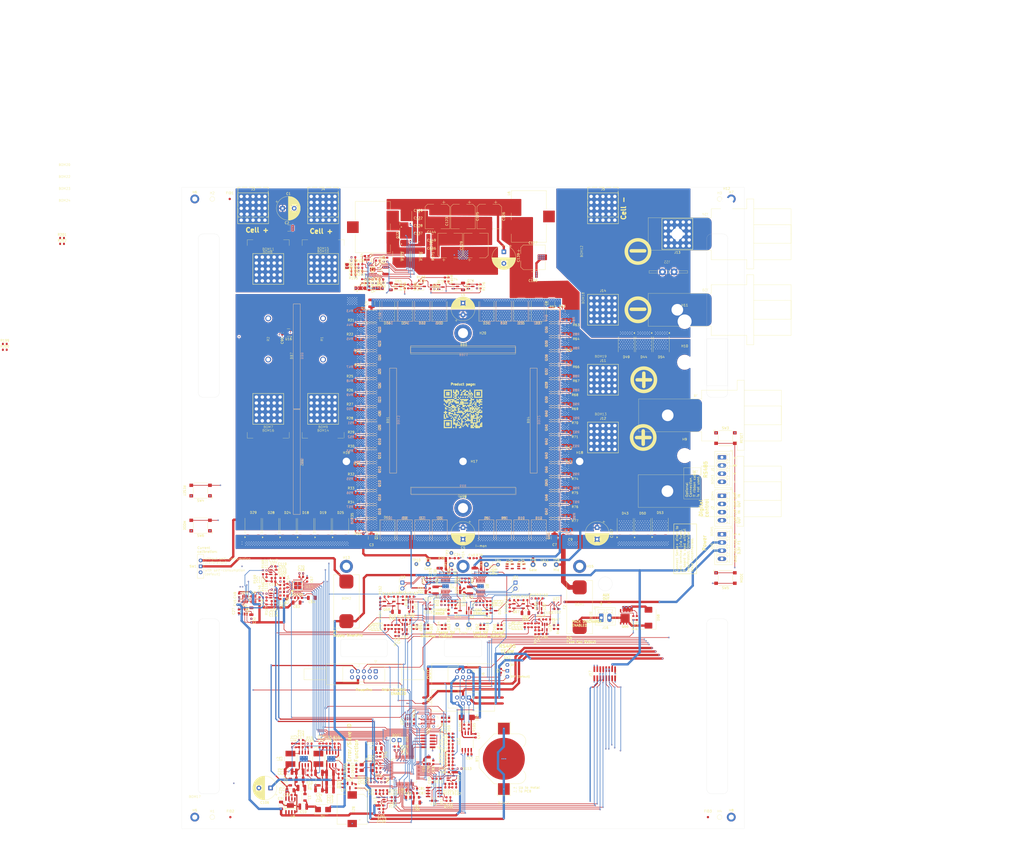
<source format=kicad_pcb>
(kicad_pcb
	(version 20241229)
	(generator "pcbnew")
	(generator_version "9.0")
	(general
		(thickness 1.74)
		(legacy_teardrops no)
	)
	(paper "A2" portrait)
	(layers
		(0 "F.Cu" signal)
		(4 "In1.Cu" signal)
		(6 "In2.Cu" signal)
		(8 "In3.Cu" signal)
		(10 "In4.Cu" signal)
		(2 "B.Cu" signal)
		(9 "F.Adhes" user "F.Adhesive")
		(11 "B.Adhes" user "B.Adhesive")
		(13 "F.Paste" user)
		(15 "B.Paste" user)
		(5 "F.SilkS" user "F.Silkscreen")
		(7 "B.SilkS" user "B.Silkscreen")
		(1 "F.Mask" user)
		(3 "B.Mask" user)
		(17 "Dwgs.User" user "User.Drawings")
		(19 "Cmts.User" user "User.Comments")
		(21 "Eco1.User" user "User.Eco1")
		(23 "Eco2.User" user "User.Eco2")
		(25 "Edge.Cuts" user)
		(27 "Margin" user)
		(31 "F.CrtYd" user "F.Courtyard")
		(29 "B.CrtYd" user "B.Courtyard")
		(35 "F.Fab" user)
		(33 "B.Fab" user)
		(39 "User.1" user)
		(41 "User.2" user "User.2 -Bemaßung")
		(43 "User.3" user "User.3 - Heatsink")
		(45 "User.4" user)
		(47 "User.5" user)
		(49 "User.6" user)
		(51 "User.7" user)
		(53 "User.8" user)
		(55 "User.9" user)
	)
	(setup
		(stackup
			(layer "F.SilkS"
				(type "Top Silk Screen")
			)
			(layer "F.Paste"
				(type "Top Solder Paste")
			)
			(layer "F.Mask"
				(type "Top Solder Mask")
				(color "Red")
				(thickness 0.01)
			)
			(layer "F.Cu"
				(type "copper")
				(thickness 0.07)
			)
			(layer "dielectric 1"
				(type "prepreg")
				(thickness 0.1)
				(material "FR4")
				(epsilon_r 4.5)
				(loss_tangent 0.02)
			)
			(layer "In1.Cu"
				(type "copper")
				(thickness 0.07)
			)
			(layer "dielectric 2"
				(type "core")
				(thickness 0.535)
				(material "FR4")
				(epsilon_r 4.5)
				(loss_tangent 0.02)
			)
			(layer "In2.Cu"
				(type "copper")
				(thickness 0.07)
			)
			(layer "dielectric 3"
				(type "prepreg")
				(thickness 0.1)
				(material "FR4")
				(epsilon_r 4.5)
				(loss_tangent 0.02)
			)
			(layer "In3.Cu"
				(type "copper")
				(thickness 0.035)
			)
			(layer "dielectric 4"
				(type "core")
				(thickness 0.535)
				(material "FR4")
				(epsilon_r 4.5)
				(loss_tangent 0.02)
			)
			(layer "In4.Cu"
				(type "copper")
				(thickness 0.035)
			)
			(layer "dielectric 5"
				(type "prepreg")
				(thickness 0.1)
				(material "FR4")
				(epsilon_r 4.5)
				(loss_tangent 0.02)
			)
			(layer "B.Cu"
				(type "copper")
				(thickness 0.07)
			)
			(layer "B.Mask"
				(type "Bottom Solder Mask")
				(color "Red")
				(thickness 0.01)
			)
			(layer "B.Paste"
				(type "Bottom Solder Paste")
			)
			(layer "B.SilkS"
				(type "Bottom Silk Screen")
			)
			(copper_finish "None")
			(dielectric_constraints no)
		)
		(pad_to_mask_clearance 0)
		(allow_soldermask_bridges_in_footprints no)
		(tenting front back)
		(aux_axis_origin 52.5 395)
		(grid_origin 173 120)
		(pcbplotparams
			(layerselection 0x00000000_00000000_55555555_5755f5ff)
			(plot_on_all_layers_selection 0x00000000_00000000_00000000_00000000)
			(disableapertmacros no)
			(usegerberextensions no)
			(usegerberattributes yes)
			(usegerberadvancedattributes yes)
			(creategerberjobfile yes)
			(dashed_line_dash_ratio 12.000000)
			(dashed_line_gap_ratio 3.000000)
			(svgprecision 4)
			(plotframeref no)
			(mode 1)
			(useauxorigin no)
			(hpglpennumber 1)
			(hpglpenspeed 20)
			(hpglpendiameter 15.000000)
			(pdf_front_fp_property_popups yes)
			(pdf_back_fp_property_popups yes)
			(pdf_metadata yes)
			(pdf_single_document no)
			(dxfpolygonmode yes)
			(dxfimperialunits yes)
			(dxfusepcbnewfont yes)
			(psnegative no)
			(psa4output no)
			(plot_black_and_white yes)
			(sketchpadsonfab no)
			(plotpadnumbers no)
			(hidednponfab no)
			(sketchdnponfab yes)
			(crossoutdnponfab yes)
			(subtractmaskfromsilk no)
			(outputformat 1)
			(mirror no)
			(drillshape 1)
			(scaleselection 1)
			(outputdirectory "")
		)
	)
	(net 0 "")
	(net 1 "Net-(IC1-VIN)")
	(net 2 "GND")
	(net 3 "Net-(IC1-SW)")
	(net 4 "VCC")
	(net 5 "Net-(D1-A)")
	(net 6 "BAT+CONTROLED")
	(net 7 "5V5")
	(net 8 "5V0")
	(net 9 "VREF")
	(net 10 "/analog_measure/Shunt_B")
	(net 11 "/analog_measure/Shunt_A")
	(net 12 "ISENSE_FAST+")
	(net 13 "Net-(Q4-G)")
	(net 14 "/analog_measure/ISENSE_PREZ+")
	(net 15 "Net-(Q5-G)")
	(net 16 "Net-(Q6-G)")
	(net 17 "Net-(Q7-G)")
	(net 18 "Net-(Q8-G)")
	(net 19 "/analog_measure/ISENSE_PREZ-")
	(net 20 "ISENSE_FAST-")
	(net 21 "USENSE_SHUNT_BUF")
	(net 22 "USENSE+_BUF")
	(net 23 "USENSE_SHUNT_BUF-")
	(net 24 "USENSE-_BUF")
	(net 25 "/analog_measure/ISENSE+")
	(net 26 "/OVP_IN")
	(net 27 "/analog_measure/ISENSE-")
	(net 28 "SPI1_MOSI")
	(net 29 "/LVP_IN")
	(net 30 "Net-(IC1-CBOOT)")
	(net 31 "/currentLimitModul/sw_vcc")
	(net 32 "Net-(Q1-G)")
	(net 33 "Net-(Q2-G)")
	(net 34 "Net-(Q3-G)")
	(net 35 "/LVP_OUT")
	(net 36 "/OVP_OUT")
	(net 37 "/greenMeter/AUX_EN")
	(net 38 "ADC_START")
	(net 39 "SPI1_MISO")
	(net 40 "/greenMeter/SWCLK")
	(net 41 "/switchControl/CHG_DETECTED")
	(net 42 "/switchControl/LOAD_DETECTED")
	(net 43 "ADC_DRDY")
	(net 44 "ADC_RESET")
	(net 45 "/greenMeter/SWDIO")
	(net 46 "/CHARGE_CONTROL")
	(net 47 "Net-(Q22-G)")
	(net 48 "Net-(Q13-G)")
	(net 49 "Net-(Q14-G)")
	(net 50 "Net-(Q15-G)")
	(net 51 "Net-(Q16-G)")
	(net 52 "/BUS_+5V")
	(net 53 "Net-(U4-BST)")
	(net 54 "Net-(U4-SW)")
	(net 55 "Net-(U4-FB)")
	(net 56 "Net-(J19-Pin_1)")
	(net 57 "Net-(U7-TIMER)")
	(net 58 "Net-(J21-Pin_1)")
	(net 59 "Net-(U8-TIMER)")
	(net 60 "/greenMeter/BTN_MODE")
	(net 61 "Net-(D2-A)")
	(net 62 "/BUS_GND")
	(net 63 "/BUS_B")
	(net 64 "/BUS_A")
	(net 65 "/chargeControl/vcc_int")
	(net 66 "/dischargeControl/vcc_int")
	(net 67 "Net-(Q9-G)")
	(net 68 "Net-(Q10-G)")
	(net 69 "Net-(Q11-G)")
	(net 70 "Net-(Q12-G)")
	(net 71 "Net-(U4-EN{slash}UVLO)")
	(net 72 "Net-(U4-RON)")
	(net 73 "Net-(U7-ISET)")
	(net 74 "Net-(U7-TGUP)")
	(net 75 "Net-(U7-VCCUV)")
	(net 76 "Net-(U8-ISET)")
	(net 77 "Net-(U8-TGUP)")
	(net 78 "Net-(U8-VCCUV)")
	(net 79 "Net-(C75-Pad2)")
	(net 80 "Net-(U25-+IN)")
	(net 81 "Net-(U26-+IN)")
	(net 82 "/LOAD_CONTROL")
	(net 83 "BAT+MEASURED")
	(net 84 "/chargeControl/BST")
	(net 85 "/dischargeControl/BST")
	(net 86 "/U_SENSE+")
	(net 87 "/greenMeter/LVP_SENSE_DIV")
	(net 88 "/greenMeter/OVP_SENSE_DIV")
	(net 89 "/B+Terminal")
	(net 90 "Net-(BZ1--)")
	(net 91 "/greenMeter/Buzzer")
	(net 92 "/chargeControl/~{Fault}")
	(net 93 "/dischargeControl/~{Fault}")
	(net 94 "Net-(Q73-C)")
	(net 95 "/I_ctrl")
	(net 96 "~{OC_FAULT}")
	(net 97 "/p_good")
	(net 98 "Net-(U7-VIN)")
	(net 99 "Net-(U8-VIN)")
	(net 100 "Net-(Q24-G)")
	(net 101 "Net-(Q25-G)")
	(net 102 "Net-(Q26-G)")
	(net 103 "Net-(Q27-G)")
	(net 104 "Net-(Q28-G)")
	(net 105 "Net-(Q29-G)")
	(net 106 "Net-(Q30-G)")
	(net 107 "Net-(Q31-G)")
	(net 108 "Net-(Q32-G)")
	(net 109 "Net-(Q33-G)")
	(net 110 "Net-(Q34-G)")
	(net 111 "Net-(Q35-G)")
	(net 112 "Net-(Q36-G)")
	(net 113 "Net-(Q37-G)")
	(net 114 "Net-(Q38-G)")
	(net 115 "Net-(Q39-G)")
	(net 116 "SWITCH_IN")
	(net 117 "Net-(Q40-G)")
	(net 118 "Net-(Q41-G)")
	(net 119 "Net-(Q42-G)")
	(net 120 "Net-(Q43-G)")
	(net 121 "Net-(Q44-G)")
	(net 122 "Net-(Q45-G)")
	(net 123 "Net-(Q46-G)")
	(net 124 "Net-(Q47-G)")
	(net 125 "Net-(Q48-G)")
	(net 126 "Net-(Q49-G)")
	(net 127 "Net-(Q50-G)")
	(net 128 "Net-(Q51-G)")
	(net 129 "Net-(Q52-G)")
	(net 130 "Net-(Q53-G)")
	(net 131 "Net-(Q54-G)")
	(net 132 "Net-(Q55-G)")
	(net 133 "Net-(Q56-G)")
	(net 134 "Net-(Q57-G)")
	(net 135 "Net-(Q58-G)")
	(net 136 "Net-(Q59-G)")
	(net 137 "Net-(Q60-G)")
	(net 138 "Net-(Q61-G)")
	(net 139 "Net-(Q62-G)")
	(net 140 "Net-(Q63-G)")
	(net 141 "Net-(Q64-G)")
	(net 142 "Net-(Q66-G)")
	(net 143 "/chargeControl/vg")
	(net 144 "/dischargeControl/vg")
	(net 145 "Net-(C142-Pad1)")
	(net 146 "ADC_CS")
	(net 147 "SPI1_SCK")
	(net 148 "Net-(BT1-+)")
	(net 149 "/greenMeter/R1")
	(net 150 "/greenMeter/R2")
	(net 151 "Net-(D4-K)")
	(net 152 "Net-(U3-VIN)")
	(net 153 "Net-(U3-BST)")
	(net 154 "Net-(U3-SW)")
	(net 155 "Net-(C19-Pad1)")
	(net 156 "Net-(U3-FB)")
	(net 157 "Net-(C20-Pad1)")
	(net 158 "Net-(C21-Pad2)")
	(net 159 "Net-(C22-Pad2)")
	(net 160 "Net-(U5-FILTER)")
	(net 161 "Net-(U6-SS)")
	(net 162 "Net-(C34-Pad1)")
	(net 163 "Net-(C40-Pad1)")
	(net 164 "Net-(U11-+IN)")
	(net 165 "Net-(U13-+IN)")
	(net 166 "Net-(U14-REFOUT)")
	(net 167 "Net-(U14-CAPN)")
	(net 168 "Net-(U14-CAPP)")
	(net 169 "Net-(U14-BYPASS)")
	(net 170 "Net-(U15-PF0)")
	(net 171 "Net-(U19-+)")
	(net 172 "Net-(U15-PC14)")
	(net 173 "Net-(U15-PC15)")
	(net 174 "Net-(U15-VDDA)")
	(net 175 "Net-(U15-PB1)")
	(net 176 "Net-(D58-A1)")
	(net 177 "Net-(U18-+)")
	(net 178 "Net-(U18--)")
	(net 179 "Net-(Q69-C)")
	(net 180 "Net-(Q70-C)")
	(net 181 "Net-(D13-K)")
	(net 182 "Net-(D38-K)")
	(net 183 "Net-(D56-A)")
	(net 184 "Net-(D57-A)")
	(net 185 "Net-(D63-A)")
	(net 186 "Net-(D59-A)")
	(net 187 "Net-(D60-A)")
	(net 188 "Net-(D61-A)")
	(net 189 "Net-(SW1-B)")
	(net 190 "Net-(J16-2)")
	(net 191 "Net-(IC1-COMP)")
	(net 192 "Net-(IC1-ISNS+)")
	(net 193 "Net-(D64-A)")
	(net 194 "Net-(R15-Pad1)")
	(net 195 "Net-(J15-Pin_1)")
	(net 196 "Net-(Q17-G)")
	(net 197 "Net-(Q19-G)")
	(net 198 "Net-(Q20-G)")
	(net 199 "Net-(Q21-G)")
	(net 200 "Net-(Q23-G)")
	(net 201 "Net-(Q65-B)")
	(net 202 "Net-(Q67-C)")
	(net 203 "Net-(Q67-B)")
	(net 204 "Net-(Q68-B)")
	(net 205 "Net-(Q68-C)")
	(net 206 "Net-(SW2-B)")
	(net 207 "Net-(U3-EN{slash}UVLO)")
	(net 208 "Net-(U3-RON)")
	(net 209 "Net-(U12-A)")
	(net 210 "Net-(U12-B)")
	(net 211 "Net-(U15-PF1)")
	(net 212 "Net-(U15-PA4)")
	(net 213 "unconnected-(J18-RX2+-PadA11)")
	(net 214 "Net-(U24-VP)")
	(net 215 "Net-(U19--)")
	(net 216 "Net-(U20--)")
	(net 217 "unconnected-(SW2-A-Pad3)")
	(net 218 "unconnected-(U14-NC-7-Pad25)")
	(net 219 "unconnected-(U14-NC-6-Pad24)")
	(net 220 "unconnected-(U14-NC-8-Pad26)")
	(net 221 "unconnected-(U14-NC-3-Pad21)")
	(net 222 "unconnected-(U14-NC-4-Pad22)")
	(net 223 "unconnected-(U14-NC-9-Pad27)")
	(net 224 "unconnected-(U14-NC-2-Pad20)")
	(net 225 "unconnected-(U14-NC-1-Pad19)")
	(net 226 "unconnected-(U14-NC-5-Pad23)")
	(net 227 "/ltc_charge_current_mon")
	(net 228 "unconnected-(J18-SBU1-PadA8)")
	(net 229 "unconnected-(D64-NC-Pad2)")
	(net 230 "Net-(D65-A)")
	(net 231 "unconnected-(H7-Pad1)")
	(net 232 "COM")
	(net 233 "/greenMeter/RS485_R_USART2")
	(net 234 "/greenMeter/RS485_D_USART2")
	(net 235 "/greenMeter/RS485_R_USART1")
	(net 236 "/greenMeter/RS485_D_USART1")
	(net 237 "Net-(D62-A)")
	(net 238 "/greenMeter/D+")
	(net 239 "unconnected-(J18-TX2+-PadB2)")
	(net 240 "/greenMeter/D-")
	(net 241 "unconnected-(J18-TX2--PadB3)")
	(net 242 "unconnected-(J18-TX1+-PadA2)")
	(net 243 "unconnected-(J18-RX2--PadA10)")
	(net 244 "Net-(J18-CC1)")
	(net 245 "unconnected-(J18-SHIELD-PadS1)")
	(net 246 "unconnected-(J18-RX1+-PadB11)")
	(net 247 "unconnected-(J18-TX1--PadA3)")
	(net 248 "Net-(J18-CC2)")
	(net 249 "unconnected-(J18-SHIELD-PadS1)_1")
	(net 250 "unconnected-(J18-RX1--PadB10)")
	(net 251 "unconnected-(J18-SHIELD-PadS1)_2")
	(net 252 "unconnected-(J18-SHIELD-PadS1)_3")
	(net 253 "unconnected-(J18-SBU2-PadB8)")
	(net 254 "Net-(R145-Pad1)")
	(net 255 "Net-(R146-Pad1)")
	(net 256 "Net-(U21--)")
	(net 257 "/greenMeter/I2C4_SDA")
	(net 258 "/greenMeter/FDCAN3_RX")
	(net 259 "/greenMeter/I2C4_SCL")
	(net 260 "/greenMeter/FDCAN3_TX")
	(net 261 "/greenMeter/I2C3_SDA")
	(net 262 "/greenMeter/I2C3_SCL")
	(net 263 "/greenMeter/ADC3_IN5_RESERVED")
	(net 264 "/greenMeter/FDCAN2_TX")
	(net 265 "/greenMeter/FDCAN2_RX")
	(net 266 "PS_IN")
	(net 267 "unconnected-(H19-Pad1)")
	(net 268 "Net-(U13--IN)")
	(net 269 "Net-(U11--IN)")
	(net 270 "unconnected-(D14-NC-Pad2)")
	(net 271 "Net-(D17-K)")
	(net 272 "unconnected-(D39-NC-Pad2)")
	(net 273 "Net-(D42-K)")
	(net 274 "Net-(Q18-G)")
	(net 275 "/ltc_discharge_current_mon")
	(net 276 "Net-(C114-Pad2)")
	(net 277 "Net-(U28-+IN)")
	(net 278 "Net-(R166-Pad1)")
	(net 279 "Net-(U27-+IN)")
	(net 280 "Net-(C111-Pad2)")
	(net 281 "Net-(R168-Pad1)")
	(net 282 "unconnected-(H20-Pad1)")
	(net 283 "Net-(IC1-FPWM{slash}SYNC)")
	(net 284 "unconnected-(IC1-BIAS-Pad14)")
	(net 285 "Net-(IC1-HO)")
	(net 286 "Net-(IC1-RT)")
	(net 287 "Net-(IC1-IMON{slash}ILIM)")
	(net 288 "/currentLimitModul/buck_en")
	(net 289 "Net-(IC1-LO)")
	(net 290 "Net-(IC1-FB)")
	(net 291 "Net-(JP4-B)")
	(net 292 "Net-(Q73-B)")
	(net 293 "Net-(Q75-C)")
	(net 294 "Net-(Q75-B)")
	(net 295 "Net-(R3-Pad2)")
	(net 296 "Net-(R4-Pad2)")
	(net 297 "Net-(R201-Pad1)")
	(net 298 "Net-(R202-Pad1)")
	(net 299 "/greenMeter/LED_ERROR")
	(net 300 "Net-(R185-Pad2)")
	(net 301 "/greenMeter/OVERWRITE_DISCHARGE_CTRL")
	(net 302 "/greenMeter/OVERWRITE_CHARGE_CTRL")
	(net 303 "Net-(JP2-C)")
	(net 304 "Net-(L7-Pad1)")
	(net 305 "unconnected-(H8-Pad1)")
	(net 306 "unconnected-(H6-Pad1)")
	(net 307 "unconnected-(H5-Pad1)")
	(footprint "TestPoint:TestPoint_THTPad_D2.0mm_Drill1.0mm" (layer "F.Cu") (at 168 281.75))
	(footprint "MountingHole:MountingHole_4.3mm_M4_DIN965_Pad" (layer "F.Cu") (at 173 257.5))
	(footprint "Package_TO_SOT_SMD:SOT-23-5" (layer "F.Cu") (at 91.75 285))
	(footprint "MountingHole:MountingHole_6mm" (layer "F.Cu") (at 268 177.5))
	(footprint "Diode_SMD:D_SMC" (layer "F.Cu") (at 205.5 172.5 90))
	(footprint "Resistor_SMD:R_0603_1608Metric" (layer "F.Cu") (at 195.75 297 180))
	(footprint "Capacitor_SMD:C_0603_1608Metric" (layer "F.Cu") (at 144.5 361.25 180))
	(footprint "Connector_PinHeader_1.27mm:PinHeader_2x05_P1.27mm_Vertical_SMD" (layer "F.Cu") (at 158 357.5 180))
	(footprint "Capacitor_SMD:C_1210_3225Metric" (layer "F.Cu") (at 159.5 141.5))
	(footprint "Capacitor_SMD:C_1210_3225Metric" (layer "F.Cu") (at 163 284.75 -90))
	(footprint "Resistor_SMD:R_0603_1608Metric" (layer "F.Cu") (at 145.5 308.5 90))
	(footprint "Resistor_SMD:R_0603_1608Metric" (layer "F.Cu") (at 139.6625 380 180))
	(footprint "Resistor_SMD:R_0603_1608Metric" (layer "F.Cu") (at 133.5 374.25 90))
	(footprint "Capacitor_SMD:C_1206_3216Metric" (layer "F.Cu") (at 142 162.5 -90))
	(footprint "myQR:qr_SmartPro209"
		(layer "F.Cu")
		(uuid "07ff2fba-22bd-43bb-a65b-f2262d4d55f7")
		(at 173 215)
		(property "Reference" "GRAPHIC1"
			(at 0 9.75 0)
			(layer "F.SilkS")
			(hide yes)
			(uuid "7c943da7-7c89-4e88-acac-849987225f49")
			(effects
				(font
					(size 1 1)
					(thickness 0.15)
				)
			)
		)
		(property "Value" "QR_Code"
			(at 0 -9.75 0)
			(layer "F.SilkS")
			(hide yes)
			(uuid "140f7f59-b872-4ec0-8f57-8002bc9474da")
			(effects
				(font
					(size 1 1)
					(thickness 0.15)
				)
			)
		)
		(property "Datasheet" ""
			(at 0 0 0)
			(layer "F.Fab")
			(hide yes)
			(uuid "f18e52f1-d205-4414-9e4d-46d03f548a91")
			(effects
				(font
					(size 1.27 1.27)
					(thickness 0.15)
				)
			)
		)
		(property "Description" ""
			(at 0 0 0)
			(layer "F.Fab")
			(hide yes)
			(uuid "add721bb-e397-453c-95b0-3677aa54cca2")
			(effects
				(font
					(size 1.27 1.27)
					(thickness 0.15)
				)
			)
		)
		(property "ECS Art#" ""
			(at 0 0 0)
			(unlocked yes)
			(layer "F.Fab")
			(hide yes)
			(uuid "975f463b-e46e-4417-bc94-8c036da3390e")
			(effects
				(font
					(size 1 1)
					(thickness 0.15)
				)
			)
		)
		(property "HAN" ""
			(at 0 0 0)
			(unlocked yes)
			(layer "F.Fab")
			(hide yes)
			(uuid "a4e78a20-9c2e-4881-93db-89048560e734")
			(effects
				(font
					(size 1 1)
					(thickness 0.15)
				)
			)
		)
		(property "Voltage" ""
			(at 0 0 0)
			(unlocked yes)
			(layer "F.Fab")
			(hide yes)
			(uuid "e867d88b-7fc0-4829-9b62-0d42130517e9")
			(effects
				(font
					(size 1 1)
					(thickness 0.15)
				)
			)
		)
		(property "Toleranz" ""
			(at 0 0 0)
			(unlocked yes)
			(layer "F.Fab")
			(hide yes)
			(uuid "0ec5fa9f-83ac-4353-844c-ad546d569621")
			(effects
				(font
					(size 1 1)
					(thickness 0.15)
				)
			)
		)
		(property "Hersteller" ""
			(at 0 0 0)
			(unlocked yes)
			(layer "F.Fab")
			(hide yes)
			(uuid "26aa9dfd-2f10-4aab-a614-ae7a496e4dfb")
			(effects
				(font
					(size 1 1)
					(thickness 0.15)
				)
			)
		)
		(path "/4875905e-d35e-4049-a6aa-c7869d81fd32/3bd154cd-1a86-44b1-84d1-fd9215abcf7a")
		(sheetname "/bom-parts/")
		(sheetfile "bom_parts.kicad_sch")
		(attr exclude_from_bom)
		(fp_rect
			(start -8.25 -8.25)
			(end -7.75 -7.75)
			(stroke
				(width 0)
				(type default)
			)
			(fill yes)
			(layer "F.SilkS")
			(uuid "dd1637b7-0aad-4d24-9e1e-6294a8f685b6")
		)
		(fp_rect
			(start -8.25 -7.75)
			(end -7.75 -7.25)
			(stroke
				(width 0)
				(type default)
			)
			(fill yes)
			(layer "F.SilkS")
			(uuid "bd7ce588-2606-4aae-9fef-ad84be9ea6b8")
		)
		(fp_rect
			(start -8.25 -7.25)
			(end -7.75 -6.75)
			(stroke
				(width 0)
				(type default)
			)
			(fill yes)
			(layer "F.SilkS")
			(uuid "666fd0a6-1ce9-49e8-8de9-48dc1776518a")
		)
		(fp_rect
			(start -8.25 -6.75)
			(end -7.75 -6.25)
			(stroke
				(width 0)
				(type default)
			)
			(fill yes)
			(layer "F.SilkS")
			(uuid "2caeabaa-00de-46c2-9fc0-0e0af020b6a2")
		)
		(fp_rect
			(start -8.25 -6.25)
			(end -7.75 -5.75)
			(stroke
				(width 0)
				(type default)
			)
			(fill yes)
			(layer "F.SilkS")
			(uuid "88b4d216-f35d-4e9e-948c-df50061531b1")
		)
		(fp_rect
			(start -8.25 -5.75)
			(end -7.75 -5.25)
			(stroke
				(width 0)
				(type default)
			)
			(fill yes)
			(layer "F.SilkS")
			(uuid "e1424009-33d2-4d52-ab83-41c2f6d15acf")
		)
		(fp_rect
			(start -8.25 -5.25)
			(end -7.75 -4.75)
			(stroke
				(width 0)
				(type default)
			)
			(fill yes)
			(layer "F.SilkS")
			(uuid "9d295569-4d35-44eb-a1ca-f1f51a81c0dc")
		)
		(fp_rect
			(start -8.25 -4.25)
			(end -7.75 -3.75)
			(stroke
				(width 0)
				(type default)
			)
			(fill yes)
			(layer "F.SilkS")
			(uuid "11c7d13f-5836-4539-b829-a8f1481775d5")
		)
		(fp_rect
			(start -8.25 -3.75)
			(end -7.75 -3.25)
			(stroke
				(width 0)
				(type default)
			)
			(fill yes)
			(layer "F.SilkS")
			(uuid "cef60a9d-e241-4b47-a89d-81b0621dcad5")
		)
		(fp_rect
			(start -8.25 -2.25)
			(end -7.75 -1.75)
			(stroke
				(width 0)
				(type default)
			)
			(fill yes)
			(layer "F.SilkS")
			(uuid "19539603-6710-4057-80a5-ee95d6d328ed")
		)
		(fp_rect
			(start -8.25 1.25)
			(end -7.75 1.75)
			(stroke
				(width 0)
				(type default)
			)
			(fill yes)
			(layer "F.SilkS")
			(uuid "98f7c412-e9dc-4ee9-89dd-84ece6bfe074")
		)
		(fp_rect
			(start -8.25 2.25)
			(end -7.75 2.75)
			(stroke
				(width 0)
				(type default)
			)
			(fill yes)
			(layer "F.SilkS")
			(uuid "4e72b00b-96d6-44ff-9d59-307e506a7aca")
		)
		(fp_rect
			(start -8.25 2.75)
			(end -7.75 3.25)
			(stroke
				(width 0)
				(type default)
			)
			(fill yes)
			(layer "F.SilkS")
			(uuid "f00c3ed1-495c-45e7-a2d5-80b27c2bafb4")
		)
		(fp_rect
			(start -8.25 3.25)
			(end -7.75 3.75)
			(stroke
				(width 0)
				(type default)
			)
			(fill yes)
			(layer "F.SilkS")
			(uuid "d416d723-ce00-40ee-b774-530fadcf9a5a")
		)
		(fp_rect
			(start -8.25 3.75)
			(end -7.75 4.25)
			(stroke
				(width 0)
				(type default)
			)
			(fill yes)
			(layer "F.SilkS")
			(uuid "859aa222-0c65-4d4c-9067-587b65f7a4b2")
		)
		(fp_rect
			(start -8.25 4.75)
			(end -7.75 5.25)
			(stroke
				(width 0)
				(type default)
			)
			(fill yes)
			(layer "F.SilkS")
			(uuid "11b32d93-d5ec-4a0b-b593-d1c798fc406b")
		)
		(fp_rect
			(start -8.25 5.25)
			(end -7.75 5.75)
			(stroke
				(width 0)
				(type default)
			)
			(fill yes)
			(layer "F.SilkS")
			(uuid "b8ad5bbf-a9c3-441c-bfb8-3ab0a4cc990e")
		)
		(fp_rect
			(start -8.25 5.75)
			(end -7.75 6.25)
			(stroke
				(width 0)
				(type default)
			)
			(fill yes)
			(layer "F.SilkS")
			(uuid "17c965d5-5288-45db-9dc2-e68bc646d2e3")
		)
		(fp_rect
			(start -8.25 6.25)
			(end -7.75 6.75)
			(stroke
				(width 0)
				(type default)
			)
			(fill yes)
			(layer "F.SilkS")
			(uuid "9306c75a-d334-4080-8760-f37d678efea4")
		)
		(fp_rect
			(start -8.25 6.75)
			(end -7.75 7.25)
			(stroke
				(width 0)
				(type default)
			)
			(fill yes)
			(layer "F.SilkS")
			(uuid "5faabc5a-a6c3-4153-93e7-2e24424536f8")
		)
		(fp_rect
			(start -8.25 7.25)
			(end -7.75 7.75)
			(stroke
				(width 0)
				(type default)
			)
			(fill yes)
			(layer "F.SilkS")
			(uuid "cf6d8d41-7a3b-41d0-ba77-af5ef5e03553")
		)
		(fp_rect
			(start -8.25 7.75)
			(end -7.75 8.25)
			(stroke
				(width 0)
				(type default)
			)
			(fill yes)
			(layer "F.SilkS")
			(uuid "ca3687dd-13a2-4046-81e2-3d4498803552")
		)
		(fp_rect
			(start -7.75 -8.25)
			(end -7.25 -7.75)
			(stroke
				(width 0)
				(type default)
			)
			(fill yes)
			(layer "F.SilkS")
			(uuid "5a16f51f-52e2-4eba-8c5b-b30fe5b7abf5")
		)
		(fp_rect
			(start -7.75 -5.25)
			(end -7.25 -4.75)
			(stroke
				(width 0)
				(type default)
			)
			(fill yes)
			(layer "F.SilkS")
			(uuid "66f59117-5133-490c-ac44-0622e99477d3")
		)
		(fp_rect
			(start -7.75 -3.75)
			(end -7.25 -3.25)
			(stroke
				(width 0)
				(type default)
			)
			(fill yes)
			(layer "F.SilkS")
			(uuid "f9e7a90d-c8cb-4ce1-9ab5-9fa3cde5999a")
		)
		(fp_rect
			(start -7.75 -3.25)
			(end -7.25 -2.75)
			(stroke
				(width 0)
				(type default)
			)
			(fill yes)
			(layer "F.SilkS")
			(uuid "9e7d0e4d-0a7c-4601-9c03-308fc4003572")
		)
		(fp_rect
			(start -7.75 -1.75)
			(end -7.25 -1.25)
			(stroke
				(width 0)
				(type default)
			)
			(fill yes)
			(layer "F.SilkS")
			(uuid "7aab36ba-aefe-4d2e-a800-2e8695140e37")
		)
		(fp_rect
			(start -7.75 -0.75)
			(end -7.25 -0.25)
			(stroke
				(width 0)
				(type default)
			)
			(fill yes)
			(layer "F.SilkS")
			(uuid "0bb2db53-4ac4-4c4f-97c8-a584a8407e3f")
		)
		(fp_rect
			(start -7.75 -0.25)
			(end -7.25 0.25)
			(stroke
				(width 0)
				(type default)
			)
			(fill yes)
			(layer "F.SilkS")
			(uuid "2ea6a597-2c8b-4931-918e-947b11bed8c5")
		)
		(fp_rect
			(start -7.75 0.75)
			(end -7.25 1.25)
			(stroke
				(width 0)
				(type default)
			)
			(fill yes)
			(layer "F.SilkS")
			(uuid "482f5d71-6487-4bfb-823e-dfb22313626b")
		)
		(fp_rect
			(start -7.75 1.25)
			(end -7.25 1.75)
			(stroke
				(width 0)
				(type default)
			)
			(fill yes)
			(layer "F.SilkS")
			(uuid "7ff22668-9ba1-4b5a-802e-de3cee4afe33")
		)
		(fp_rect
			(start -7.75 1.75)
			(end -7.25 2.25)
			(stroke
				(width 0)
				(type default)
			)
			(fill yes)
			(layer "F.SilkS")
			(uuid "6f194ea1-282e-40ff-a73e-fe3a5003120f")
		)
		(fp_rect
			(start -7.75 3.75)
			(end -7.25 4.25)
			(stroke
				(width 0)
				(type default)
			)
			(fill yes)
			(layer "F.SilkS")
			(uuid "076cfdbf-26e0-411d-91ac-90f97f81e038")
		)
		(fp_rect
			(start -7.75 4.75)
			(end -7.25 5.25)
			(stroke
				(width 0)
				(type default)
			)
			(fill yes)
			(layer "F.SilkS")
			(uuid "86e6adfe-4e1b-42ea-af99-0e439af28684")
		)
		(fp_rect
			(start -7.75 7.75)
			(end -7.25 8.25)
			(stroke
				(width 0)
				(type default)
			)
			(fill yes)
			(layer "F.SilkS")
			(uuid "ce66f7b7-50a2-4dd4-aaa2-0b7336d4dd7b")
		)
		(fp_rect
			(start -7.25 -8.25)
			(end -6.75 -7.75)
			(stroke
				(width 0)
				(type default)
			)
			(fill yes)
			(layer "F.SilkS")
			(uuid "7a939c29-d964-431f-9a50-55be4072b958")
		)
		(fp_rect
			(start -7.25 -7.25)
			(end -6.75 -6.75)
			(stroke
				(width 0)
				(type default)
			)
			(fill yes)
			(layer "F.SilkS")
			(uuid "df6e5542-8979-4b8c-8bb7-a832089c7a22")
		)
		(fp_rect
			(start -7.25 -6.75)
			(end -6.75 -6.25)
			(stroke
				(width 0)
				(type default)
			)
			(fill yes)
			(layer "F.SilkS")
			(uuid "6a30b425-8655-433f-89d8-eff29558b243")
		)
		(fp_rect
			(start -7.25 -6.25)
			(end -6.75 -5.75)
			(stroke
				(width 0)
				(type default)
			)
			(fill yes)
			(layer "F.SilkS")
			(uuid "65d32f36-53e0-4233-a1ce-73e84c8dd2dd")
		)
		(fp_rect
			(start -7.25 -5.25)
			(end -6.75 -4.75)
			(stroke
				(width 0)
				(type default)
			)
			(fill yes)
			(layer "F.SilkS")
			(uuid "88f4a8de-f3e7-487c-9052-b0b1f2dcfef1")
		)
		(fp_rect
			(start -7.25 -3.75)
			(end -6.75 -3.25)
			(stroke
				(width 0)
				(type default)
			)
			(fill yes)
			(layer "F.SilkS")
			(uuid "5572caa6-5488-4d92-af62-9334e971bd0f")
		)
		(fp_rect
			(start -7.25 -3.25)
			(end -6.75 -2.75)
			(stroke
				(width 0)
				(type default)
			)
			(fill yes)
			(layer "F.SilkS")
			(uuid "692a02a5-cdbf-49f4-a6db-24927c4b9b64")
		)
		(fp_rect
			(start -7.25 -2.75)
			(end -6.75 -2.25)
			(stroke
				(width 0)
				(type default)
			)
			(fill yes)
			(layer "F.SilkS")
			(uuid "e5b2f0c2-5d21-4fb0-8203-634e5bda60c2")
		)
		(fp_rect
			(start -7.25 -1.25)
			(end -6.75 -0.75)
			(stroke
				(width 0)
				(type default)
			)
			(fill yes)
			(layer "F.SilkS")
			(uuid "2848687f-cbed-4750-bb93-f871533c17ee")
		)
		(fp_rect
			(start -7.25 -0.25)
			(end -6.75 0.25)
			(stroke
				(width 0)
				(type default)
			)
			(fill yes)
			(layer "F.SilkS")
			(uuid "ad0d74a4-6ebb-4cb2-a51f-89e184862659")
		)
		(fp_rect
			(start -7.25 1.25)
			(end -6.75 1.75)
			(stroke
				(width 0)
				(type default)
			)
			(fill yes)
			(layer "F.SilkS")
			(uuid "69f4d540-721d-4359-b931-8e6bcc2d413a")
		)
		(fp_rect
			(start -7.25 2.25)
			(end -6.75 2.75)
			(stroke
				(width 0)
				(type default)
			)
			(fill yes)
			(layer "F.SilkS")
			(uuid "95b67d39-22c8-4421-97dd-038cd989db78")
		)
		(fp_rect
			(start -7.25 2.75)
			(end -6.75 3.25)
			(stroke
				(width 0)
				(type default)
			)
			(fill yes)
			(layer "F.SilkS")
			(uuid "b46a6aa1-ce38-4828-8b0a-4578c27eb205")
		)
		(fp_rect
			(start -7.25 3.25)
			(end -6.75 3.75)
			(stroke
				(width 0)
				(type default)
			)
			(fill yes)
			(layer "F.SilkS")
			(uuid "0c462c42-803f-4d29-82ee-fda8b4197273")
		)
		(fp_rect
			(start -7.25 4.75)
			(end -6.75 5.25)
			(stroke
				(width 0)
				(type default)
			)
			(fill yes)
			(layer "F.SilkS")
			(uuid "167299e3-de65-4be8-85ba-7267a378eaad")
		)
		(fp_rect
			(start -7.25 5.75)
			(end -6.75 6.25)
			(stroke
				(width 0)
				(type default)
			)
			(fill yes)
			(layer "F.SilkS")
			(uuid "c424bde0-8b58-4ca8-a638-a14dd7ab8cd8")
		)
		(fp_rect
			(start -7.25 6.25)
			(end -6.75 6.75)
			(stroke
				(width 0)
				(type default)
			)
			(fill yes)
			(layer "F.SilkS")
			(uuid "67517c2e-6ad2-4446-bc34-5700448c3212")
		)
		(fp_rect
			(start -7.25 6.75)
			(end -6.75 7.25)
			(stroke
				(width 0)
				(type default)
			)
			(fill yes)
			(layer "F.SilkS")
			(uuid "e3331834-72bd-4a01-9532-14ecda9c8a37")
		)
		(fp_rect
			(start -7.25 7.75)
			(end -6.75 8.25)
			(stroke
				(width 0)
				(type default)
			)
			(fill yes)
			(layer "F.SilkS")
			(uuid "79ee71bb-0112-43fd-888b-45eae1c453b9")
		)
		(fp_rect
			(start -6.75 -8.25)
			(end -6.25 -7.75)
			(stroke
				(width 0)
				(type default)
			)
			(fill yes)
			(layer "F.SilkS")
			(uuid "23f11214-a976-4a34-99ea-7639331cf276")
		)
		(fp_rect
			(start -6.75 -7.25)
			(end -6.25 -6.75)
			(stroke
				(width 0)
				(type default)
			)
			(fill yes)
			(layer "F.SilkS")
			(uuid "f7757870-f34e-4ad6-bb59-5de376d60a08")
		)
		(fp_rect
			(start -6.75 -6.75)
			(end -6.25 -6.25)
			(stroke
				(width 0)
				(type default)
			)
			(fill yes)
			(layer "F.SilkS")
			(uuid "f115bfdc-fed8-44bc-a88d-9a854a31aefc")
		)
		(fp_rect
			(start -6.75 -6.25)
			(end -6.25 -5.75)
			(stroke
				(width 0)
				(type default)
			)
			(fill yes)
			(layer "F.SilkS")
			(uuid "b91034e0-e8df-4c26-b9f9-88126661b9a1")
		)
		(fp_rect
			(start -6.75 -5.25)
			(end -6.25 -4.75)
			(stroke
				(width 0)
				(type default)
			)
			(fill yes)
			(layer "F.SilkS")
			(uuid "5bfa6979-f191-42c2-875e-1aac0f3275e6")
		)
		(fp_rect
			(start -6.75 -4.25)
			(end -6.25 -3.75)
			(stroke
				(width 0)
				(type default)
			)
			(fill yes)
			(layer "F.SilkS")
			(uuid "2d3eaeff-8fbb-4d34-b3e1-01156af9140d")
		)
		(fp_rect
			(start -6.75 -3.75)
			(end -6.25 -3.25)
			(stroke
				(width 0)
				(type default)
			)
			(fill yes)
			(layer "F.SilkS")
			(uuid "a5b96d8e-fc29-4a37-9890-1faab1089312")
		)
		(fp_rect
			(start -6.75 -3.25)
			(end -6.25 -2.75)
			(stroke
				(width 0)
				(type default)
			)
			(fill yes)
			(layer "F.SilkS")
			(uuid "2ee7657d-369b-43de-8e36-5461d439b98f")
		)
		(fp_rect
			(start -6.75 -1.25)
			(end -6.25 -0.75)
			(stroke
				(width 0)
				(type default)
			)
			(fill yes)
			(layer "F.SilkS")
			(uuid "7bb7e8ea-b6d3-484a-bf53-1a7f51002ad0")
		)
		(fp_rect
			(start -6.75 3.25)
			(end -6.25 3.75)
			(stroke
				(width 0)
				(type default)
			)
			(fill yes)
			(layer "F.SilkS")
			(uuid "d5655712-55e5-4ade-bbd6-9c4b389ff359")
		)
		(fp_rect
			(start -6.75 4.75)
			(end -6.25 5.25)
			(stroke
				(width 0)
				(type default)
			)
			(fill yes)
			(layer "F.SilkS")
			(uuid "9371f9b6-5a03-40f1-9001-bb8a4c03d1c3")
		)
		(fp_rect
			(start -6.75 5.75)
			(end -6.25 6.25)
			(stroke
				(width 0)
				(type default)
			)
			(fill yes)
			(layer "F.SilkS")
			(uuid "50a7cfc5-c69c-45d3-98a9-fe8f94e47f51")
		)
		(fp_rect
			(start -6.75 6.25)
			(end -6.25 6.75)
			(stroke
				(width 0)
				(type default)
			)
			(fill yes)
			(layer "F.SilkS")
			(uuid "dcb7a3ce-fcbc-4458-bbb5-d3835af302a7")
		)
		(fp_rect
			(start -6.75 6.75)
			(end -6.25 7.25)
			(stroke
				(width 0)
				(type default)
			)
			(fill yes)
			(layer "F.SilkS")
			(uuid "d869e6a4-eb85-432a-bf4d-4f9476eb0aed")
		)
		(fp_rect
			(start -6.75 7.75)
			(end -6.25 8.25)
			(stroke
				(width 0)
				(type default)
			)
			(fill yes)
			(layer "F.SilkS")
			(uuid "ccaa45fc-50e2-4107-9e05-80ab0d53fa83")
		)
		(fp_rect
			(start -6.25 -8.25)
			(end -5.75 -7.75)
			(stroke
				(width 0)
				(type default)
			)
			(fill yes)
			(layer "F.SilkS")
			(uuid "333696f5-a9fe-4df1-b048-4e6d7de32db1")
		)
		(fp_rect
			(start -6.25 -7.25)
			(end -5.75 -6.75)
			(stroke
				(width 0)
				(type default)
			)
			(fill yes)
			(layer "F.SilkS")
			(uuid "3f643cdd-3819-4f2f-a36a-aabf4d57c875")
		)
		(fp_rect
			(start -6.25 -6.75)
			(end -5.75 -6.25)
			(stroke
				(width 0)
				(type default)
			)
			(fill yes)
			(layer "F.SilkS")
			(uuid "29336708-547b-499a-bcb7-d4ccbea1b6aa")
		)
		(fp_rect
			(start -6.25 -6.25)
			(end -5.75 -5.75)
			(stroke
				(width 0)
				(type default)
			)
			(fill yes)
			(layer "F.SilkS")
			(uuid "92b73661-ed69-4f45-a226-7fc38eafd21d")
		)
		(fp_rect
			(start -6.25 -5.25)
			(end -5.75 -4.75)
			(stroke
				(width 0)
				(type default)
			)
			(fill yes)
			(layer "F.SilkS")
			(uuid "0f7e799b-d37c-4d34-932c-96666dea7ea9")
		)
		(fp_rect
			(start -6.25 -4.25)
			(end -5.75 -3.75)
			(stroke
				(width 0)
				(type default)
			)
			(fill yes)
			(layer "F.SilkS")
			(uuid "719b2296-d1a1-4f40-a28e-6ef939f557c3")
		)
		(fp_rect
			(start -6.25 -3.75)
			(end -5.75 -3.25)
			(stroke
				(width 0)
				(type default)
			)
			(fill yes)
			(layer "F.SilkS")
			(uuid "719b06f4-b45e-4308-9e73-8ebaf2d9d636")
		)
		(fp_rect
			(start -6.25 -2.75)
			(end -5.75 -2.25)
			(stroke
				(width 0)
				(type default)
			)
			(fill yes)
			(layer "F.SilkS")
			(uuid "7fc55493-32c0-4ead-bc38-e90b9a04d577")
		)
		(fp_rect
			(start -6.25 -2.25)
			(end -5.75 -1.75)
			(stroke
				(width 0)
				(type default)
			)
			(fill yes)
			(layer "F.SilkS")
			(uuid "f1b37404-2726-4723-8b0f-98770002fd9b")
		)
		(fp_rect
			(start -6.25 -1.75)
			(end -5.75 -1.25)
			(stroke
				(width 0)
				(type default)
			)
			(fill yes)
			(layer "F.SilkS")
			(uuid "4d5c4a06-564c-44b5-902c-c4578ec627e6")
		)
		(fp_rect
			(start -6.25 -0.75)
			(end -5.75 -0.25)
			(stroke
				(width 0)
				(type default)
			)
			(fill yes)
			(layer "F.SilkS")
			(uuid "e39213ef-af7f-4279-ad2f-13b0b4456f2f")
		)
		(fp_rect
			(start -6.25 0.25)
			(end -5.75 0.75)
			(stroke
				(width 0)
				(type default)
			)
			(fill yes)
			(layer "F.SilkS")
			(uuid "fdc8877f-4d63-44b7-b649-8f7f02084bee")
		)
		(fp_rect
			(start -6.25 1.25)
			(end -5.75 1.75)
			(stroke
				(width 0)
				(type default)
			)
			(fill yes)
			(layer "F.SilkS")
			(uuid "53e6f3e1-8128-40cc-b63c-b1c802b5aec5")
		)
		(fp_rect
			(start -6.25 1.75)
			(end -5.75 2.25)
			(stroke
				(width 0)
				(type default)
			)
			(fill yes)
			(layer "F.SilkS")
			(uuid "3046efbd-6a4b-4646-a751-fb8c8d1e0704")
		)
		(fp_rect
			(start -6.25 2.25)
			(end -5.75 2.75)
			(stroke
				(width 0)
				(type default)
			)
			(fill yes)
			(layer "F.SilkS")
			(uuid "dabad2f5-675a-47ee-8152-0c97a26ee092")
		)
		(fp_rect
			(start -6.25 4.75)
			(end -5.75 5.25)
			(stroke
				(width 0)
				(type default)
			)
			(fill yes)
			(layer "F.SilkS")
			(uuid "06542714-7410-4b0e-8a0b-ea8f5560234d")
		)
		(fp_rect
			(start -6.25 5.75)
			(end -5.75 6.25)
			(stroke
				(width 0)
				(type default)
			)
			(fill yes)
			(layer "F.SilkS")
			(uuid "34257e6f-f047-4e65-a2b2-43e5782346e3")
		)
		(fp_rect
			(start -6.25 6.25)
			(end -5.75 6.75)
			(stroke
				(width 0)
				(type default)
			)
			(fill yes)
			(layer "F.SilkS")
			(uuid "d5d5646f-ad5d-40aa-87c4-4128f0a1180c")
		)
		(fp_rect
			(start -6.25 6.75)
			(end -5.75 7.25)
			(stroke
				(width 0)
				(type default)
			)
			(fill yes)
			(layer "F.SilkS")
			(uuid "dfea4a85-9f48-4ab9-91db-72040b68c794")
		)
		(fp_rect
			(start -6.25 7.75)
			(end -5.75 8.25)
			(stroke
				(width 0)
				(type default)
			)
			(fill yes)
			(layer "F.SilkS")
			(uuid "6867a290-c379-43a1-a2a2-3f4389812b95")
		)
		(fp_rect
			(start -5.75 -8.25)
			(end -5.25 -7.75)
			(stroke
				(width 0)
				(type default)
			)
			(fill yes)
			(layer "F.SilkS")
			(uuid "50577d54-c1d8-4dcb-bce7-48dabf3fb631")
		)
		(fp_rect
			(start -5.75 -5.25)
			(end -5.25 -4.75)
			(stroke
				(width 0)
				(type default)
			)
			(fill yes)
			(layer "F.SilkS")
			(uuid "c1db6147-74bb-4039-8b7f-fb46395da7d9")
		)
		(fp_rect
			(start -5.75 -4.25)
			(end -5.25 -3.75)
			(stroke
				(width 0)
				(type default)
			)
			(fill yes)
			(layer "F.SilkS")
			(uuid "c963b96f-0bbf-4a9a-9a46-0ca8f392a229")
		)
		(fp_rect
			(start -5.75 -3.75)
			(end -5.25 -3.25)
			(stroke
				(width 0)
				(type default)
			)
			(fill yes)
			(layer "F.SilkS")
			(uuid "26489813-01a7-47dd-b42a-9298e6d9dea6")
		)
		(fp_rect
			(start -5.75 -3.25)
			(end -5.25 -2.75)
			(stroke
				(width 0)
				(type default)
			)
			(fill yes)
			(layer "F.SilkS")
			(uuid "b0bf6586-9b74-43ef-a6ef-e86205e72db3")
		)
		(fp_rect
			(start -5.75 -2.75)
			(end -5.25 -2.25)
			(stroke
				(width 0)
				(type default)
			)
			(fill yes)
			(layer "F.SilkS")
			(uuid "f832f81a-3c34-445e-83e1-ce7e8a99c158")
		)
		(fp_rect
			(start -5.75 -0.75)
			(end -5.25 -0.25)
			(stroke
				(width 0)
				(type default)
			)
			(fill yes)
			(layer "F.SilkS")
			(uuid "e5a0c102-8087-4698-b8d0-67b0eb7a8dfa")
		)
		(fp_rect
			(start -5.75 0.25)
			(end -5.25 0.75)
			(stroke
				(width 0)
				(type default)
			)
			(fill yes)
			(layer "F.SilkS")
			(uuid "1fa38d33-9bfa-4b4e-a64d-2d58fa7da9fa")
		)
		(fp_rect
			(start -5.75 1.25)
			(end -5.25 1.75)
			(stroke
				(width 0)
				(type default)
			)
			(fill yes)
			(layer "F.SilkS")
			(uuid "6a712512-d83d-4725-a993-bb4a7971752e")
		)
		(fp_rect
			(start -5.75 1.75)
			(end -5.25 2.25)
			(stroke
				(width 0)
				(type default)
			)
			(fill yes)
			(layer "F.SilkS")
			(uuid "87d02320-6af3-4b43-a24e-a063da46ef43")
		)
		(fp_rect
			(start -5.75 2.75)
			(end -5.25 3.25)
			(stroke
				(width 0)
				(type default)
			)
			(fill yes)
			(layer "F.SilkS")
			(uuid "2f36a8c4-a299-458f-be28-bac75cd564ef")
		)
		(fp_rect
			(start -5.75 4.75)
			(end -5.25 5.25)
			(stroke
				(width 0)
				(type default)
			)
			(fill yes)
			(layer "F.SilkS")
			(uuid "680f21dc-c81b-412b-9a7d-312337c275ce")
		)
		(fp_rect
			(start -5.75 7.75)
			(end -5.25 8.25)
			(stroke
				(width 0)
				(type default)
			)
			(fill yes)
			(layer "F.SilkS")
			(uuid "42799da8-5529-4a7b-90c7-8ddb40156b31")
		)
		(fp_rect
			(start -5.25 -8.25)
			(end -4.75 -7.75)
			(stroke
				(width 0)
				(type default)
			)
			(fill yes)
			(layer "F.SilkS")
			(uuid "3a374276-2fc0-4b24-a3d3-dfb86be3c93c")
		)
		(fp_rect
			(start -5.25 -7.75)
			(end -4.75 -7.25)
			(stroke
				(width 0)
				(type default)
			)
			(fill yes)
			(layer "F.SilkS")
			(uuid "60382667-c058-4783-bcd9-1819f85cff11")
		)
		(fp_rect
			(start -5.25 -7.25)
			(end -4.75 -6.75)
			(stroke
				(width 0)
				(type default)
			)
			(fill yes)
			(layer "F.SilkS")
			(uuid "84115e7d-da17-4973-b58f-6e65b6cc98dc")
		)
		(fp_rect
			(start -5.25 -6.75)
			(end -4.75 -6.25)
			(stroke
				(width 0)
				(type default)
			)
			(fill yes)
			(layer "F.SilkS")
			(uuid "a224eb7c-fd17-4625-83c1-4b3d24d774eb")
		)
		(fp_rect
			(start -5.25 -6.25)
			(end -4.75 -5.75)
			(stroke
				(width 0)
				(type default)
			)
			(fill yes)
			(layer "F.SilkS")
			(uuid "bd2e82a7-eca9-4db1-aff7-4096c5ba9d13")
		)
		(fp_rect
			(start -5.25 -5.75)
			(end -4.75 -5.25)
			(stroke
				(width 0)
				(type default)
			)
			(fill yes)
			(layer "F.SilkS")
			(uuid "818ff33a-60fc-4cd0-b163-2ba741395ba4")
		)
		(fp_rect
			(start -5.25 -5.25)
			(end -4.75 -4.75)
			(stroke
				(width 0)
				(type default)
			)
			(fill yes)
			(layer "F.SilkS")
			(uuid "59adb94f-d00d-4cd2-8115-e816759bad24")
		)
		(fp_rect
			(start -5.25 -4.25)
			(end -4.75 -3.75)
			(stroke
				(width 0)
				(type default)
			)
			(fill yes)
			(layer "F.SilkS")
			(uuid "fbaf6aa2-27b0-482e-b46b-3a54b11b2177")
		)
		(fp_rect
			(start -5.25 -3.25)
			(end -4.75 -2.75)
			(stroke
				(width 0)
				(type default)
			)
			(fill yes)
			(layer "F.SilkS")
			(uuid "555c46b6-2b61-4daf-b7c7-8d93562d1d49")
		)
		(fp_rect
			(start -5.25 -2.25)
			(end -4.75 -1.75)
			(stroke
				(width 0)
				(type default)
			)
			(fill yes)
			(layer "F.SilkS")
			(uuid "eae886d6-8b7d-494e-aa5c-99d3b52ded82")
		)
		(fp_rect
			(start -5.25 -1.25)
			(end -4.75 -0.75)
			(stroke
				(width 0)
				(type default)
			)
			(fill yes)
			(layer "F.SilkS")
			(uuid "a48c6e78-ebe1-4a09-90bf-1ea6a1de2712")
		)
		(fp_rect
			(start -5.25 -0.25)
			(end -4.75 0.25)
			(stroke
				(width 0)
				(type default)
			)
			(fill yes)
			(layer "F.SilkS")
			(uuid "35730c4a-e6bd-4914-9eb9-03f5dabfcdbf")
		)
		(fp_rect
			(start -5.25 0.75)
			(end -4.75 1.25)
			(stroke
				(width 0)
				(type default)
			)
			(fill yes)
			(layer "F.SilkS")
			(uuid "a854c470-ed38-4d06-ba1d-a8b42a330b43")
		)
		(fp_rect
			(start -5.25 1.75)
			(end -4.75 2.25)
			(stroke
				(width 0)
				(type default)
			)
			(fill yes)
			(layer "F.SilkS")
			(uuid "46606483-cc29-4446-b368-339288fd236e")
		)
		(fp_rect
			(start -5.25 2.75)
			(end -4.75 3.25)
			(stroke
				(width 0)
				(type default)
			)
			(fill yes)
			(layer "F.SilkS")
			(uuid "410820a5-8858-4692-b5b8-3b9f7cf9ffc9")
		)
		(fp_rect
			(start -5.25 3.75)
			(end -4.75 4.25)
			(stroke
				(width 0)
				(type default)
			)
			(fill yes)
			(layer "F.SilkS")
			(uuid "a630eb58-3454-448a-bbb6-46d56d6ea46f")
		)
		(fp_rect
			(start -5.25 4.75)
			(end -4.75 5.25)
			(stroke
				(width 0)
				(type default)
			)
			(fill yes)
			(layer "F.SilkS")
			(uuid "854521c4-f819-47b2-9e53-cf4be95150ec")
		)
		(fp_rect
			(start -5.25 5.25)
			(end -4.75 5.75)
			(stroke
				(width 0)
				(type default)
			)
			(fill yes)
			(layer "F.SilkS")
			(uuid "328c409c-9c88-4287-a873-bb8c4c9287aa")
		)
		(fp_rect
			(start -5.25 5.75)
			(end -4.75 6.25)
			(stroke
				(width 0)
				(type default)
			)
			(fill yes)
			(layer "F.SilkS")
			(uuid "d292721c-cf44-4712-8314-220e69e857b5")
		)
		(fp_rect
			(start -5.25 6.25)
			(end -4.75 6.75)
			(stroke
				(width 0)
				(type default)
			)
			(fill yes)
			(layer "F.SilkS")
			(uuid "f716148e-1d16-4383-bb19-a9e8c32879ad")
		)
		(fp_rect
			(start -5.25 6.75)
			(end -4.75 7.25)
			(stroke
				(width 0)
				(type default)
			)
			(fill yes)
			(layer "F.SilkS")
			(uuid "b44f9198-3a78-4f12-b300-00cc5b087a2d")
		)
		(fp_rect
			(start -5.25 7.25)
			(end -4.75 7.75)
			(stroke
				(width 0)
				(type default)
			)
			(fill yes)
			(layer "F.SilkS")
			(uuid "68f2ccf8-5a22-4b01-9eb7-5e2bde2f5393")
		)
		(fp_rect
			(start -5.25 7.75)
			(end -4.75 8.25)
			(stroke
				(width 0)
				(type default)
			)
			(fill yes)
			(layer "F.SilkS")
			(uuid "a1d4d50b-a8f3-4bf9-baed-f6176050a792")
		)
		(fp_rect
			(start -4.75 -4.25)
			(end -4.25 -3.75)
			(stroke
				(width 0)
				(type default)
			)
			(fill yes)
			(layer "F.SilkS")
			(uuid "6792195f-0a3b-4c67-8616-a92455da04b1")
		)
		(fp_rect
			(start -4.75 -3.75)
			(end -4.25 -3.25)
			(stroke
				(width 0)
				(type default)
			)
			(fill yes)
			(layer "F.SilkS")
			(uuid "5c34a932-97aa-43cd-b1b2-66ace61c330c")
		)
		(fp_rect
			(start -4.75 -3.25)
			(end -4.25 -2.75)
			(stroke
				(width 0)
				(type default)
			)
			(fill yes)
			(layer "F.SilkS")
			(uuid "acb624e7-15c7-4654-a5e6-508eee72d865")
		)
		(fp_rect
			(start -4.75 -1.75)
			(end -4.25 -1.25)
			(stroke
				(width 0)
				(type default)
			)
			(fill yes)
			(layer "F.SilkS")
			(uuid "0a9a1394-5f57-48bd-b32e-6025effb5a53")
		)
		(fp_rect
			(start -4.75 -1.25)
			(end -4.25 -0.75)
			(stroke
				(width 0)
				(type default)
			)
			(fill yes)
			(layer "F.SilkS")
			(uuid "37775a5f-e710-47a2-9648-565758a88b91")
		)
		(fp_rect
			(start -4.75 -0.75)
			(end -4.25 -0.25)
			(stroke
				(width 0)
				(type default)
			)
			(fill yes)
			(layer "F.SilkS")
			(uuid "81e93697-c154-4309-b2d6-3927e36c231a")
		)
		(fp_rect
			(start -4.75 0.25)
			(end -4.25 0.75)
			(stroke
				(width 0)
				(type default)
			)
			(fill yes)
			(layer "F.SilkS")
			(uuid "d7df33b7-c98b-4fbf-a333-2fd90fca51a4")
		)
		(fp_rect
			(start -4.75 0.75)
			(end -4.25 1.25)
			(stroke
				(width 0)
				(type default)
			)
			(fill yes)
			(layer "F.SilkS")
			(uuid "bf306941-6777-4cb9-8787-d89d120f1448")
		)
		(fp_rect
			(start -4.75 1.75)
			(end -4.25 2.25)
			(stroke
				(width 0)
				(type default)
			)
			(fill yes)
			(layer "F.SilkS")
			(uuid "b1cb0617-33b0-4506-9d32-f73111007f8b")
		)
		(fp_rect
			(start -4.75 3.25)
			(end -4.25 3.75)
			(stroke
				(width 0)
				(type default)
			)
			(fill yes)
			(layer "F.SilkS")
			(uuid "09f7d34c-4ab3-4275-8808-3ccde5aeb8ab")
		)
		(fp_rect
			(start -4.25 -8.25)
			(end -3.75 -7.75)
			(stroke
				(width 0)
				(type default)
			)
			(fill yes)
			(layer "F.SilkS")
			(uuid "e1405eef-b02f-40a9-8726-b0ef5a45d7b8")
		)
		(fp_rect
			(start -4.25 -7.75)
			(end -3.75 -7.25)
			(stroke
				(width 0)
				(type default)
			)
			(fill yes)
			(layer "F.SilkS")
			(uuid "8e6a9980-1172-4d97-b020-a4ed952e361f")
		)
		(fp_rect
			(start -4.25 -7.25)
			(end -3.75 -6.75)
			(stroke
				(width 0)
				(type default)
			)
			(fill yes)
			(layer "F.SilkS")
			(uuid "576d9a0f-909a-457f-a25a-aa16d7c35ea7")
		)
		(fp_rect
			(start -4.25 -6.25)
			(end -3.75 -5.75)
			(stroke
				(width 0)
				(type default)
			)
			(fill yes)
			(layer "F.SilkS")
			(uuid "b6512fb2-c3a7-4320-9a0c-044e57250fd5")
		)
		(fp_rect
			(start -4.25 -5.25)
			(end -3.75 -4.75)
			(stroke
				(width 0)
				(type default)
			)
			(fill yes)
			(layer "F.SilkS")
			(uuid "d3cbdff2-c740-488c-8af1-e39fdb36c97c")
		)
		(fp_rect
			(start -4.25 -4.25)
			(end -3.75 -3.75)
			(stroke
				(width 0)
				(type default)
			)
			(fill yes)
			(layer "F.SilkS")
			(uuid "b6e972cc-10e2-4d8b-9708-8dc8271581c0")
		)
		(fp_rect
			(start -4.25 -3.75)
			(end -3.75 -3.25)
			(stroke
				(width 0)
				(type default)
			)
			(fill yes)
			(layer "F.SilkS")
			(uuid "a1a1ae11-85ba-452f-bb06-1214bc125c3a")
		)
		(fp_rect
			(start -4.25 -1.75)
			(end -3.75 -1.25)
			(stroke
				(width 0)
				(type default)
			)
			(fill yes)
			(layer "F.SilkS")
			(uuid "4981f86f-3ad6-4945-a087-32730b8dc135")
		)
		(fp_rect
			(start -4.25 -1.25)
			(end -3.75 -0.75)
			(stroke
				(width 0)
				(type default)
			)
			(fill yes)
			(layer "F.SilkS")
			(uuid "0e87b5c5-44f4-4729-a9bd-aef5cace962c")
		)
		(fp_rect
			(start -4.25 -0.75)
			(end -3.75 -0.25)
			(stroke
				(width 0)
				(type default)
			)
			(fill yes)
			(layer "F.SilkS")
			(uuid "1c63e523-c8a9-4038-952c-b61c449d25a8")
		)
		(fp_rect
			(start -4.25 0.25)
			(end -3.75 0.75)
			(stroke
				(width 0)
				(type default)
			)
			(fill yes)
			(layer "F.SilkS")
			(uuid "caa58d6d-868f-465b-b417-14250515e35d")
		)
		(fp_rect
			(start -4.25 0.75)
			(end -3.75 1.25)
			(stroke
				(width 0)
				(type default)
			)
			(fill yes)
			(layer "F.SilkS")
			(uuid "79a64ae1-11f7-4ff5-8192-6ef6920f6305")
		)
		(fp_rect
			(start -4.25 2.25)
			(end -3.75 2.75)
			(stroke
				(width 0)
				(type default)
			)
			(fill yes)
			(layer "F.SilkS")
			(uuid "12186a8a-d58d-40b0-a3e3-bc22d57389e3")
		)
		(fp_rect
			(start -4.25 3.75)
			(end -3.75 4.25)
			(stroke
				(width 0)
				(type default)
			)
			(fill yes)
			(layer "F.SilkS")
			(uuid "a0b71bbb-862a-4ba7-bcf7-51237702e331")
		)
		(fp_rect
			(start -4.25 4.25)
			(end -3.75 4.75)
			(stroke
				(width 0)
				(type default)
			)
			(fill yes)
			(layer "F.SilkS")
			(uuid "5a5d81f1-2243-4778-8510-f5d5d1ddba86")
		)
		(fp_rect
			(start -4.25 4.75)
			(end -3.75 5.25)
			(stroke
				(width 0)
				(type default)
			)
			(fill yes)
			(layer "F.SilkS")
			(uuid "92ff5238-8e2d-4d50-8a0b-5f6fb57ff15d")
		)
		(fp_rect
			(start -4.25 5.25)
			(end -3.75 5.75)
			(stroke
				(width 0)
				(type default)
			)
			(fill yes)
			(layer "F.SilkS")
			(uuid "5a95892e-0b33-4cd6-9527-4fb1ca9a02d3")
		)
		(fp_rect
			(start -4.25 5.75)
			(end -3.75 6.25)
			(stroke
				(width 0)
				(type default)
			)
			(fill yes)
			(layer "F.SilkS")
			(uuid "432fcb6c-6436-4748-a349-387a0747af78")
		)
		(fp_rect
			(start -4.25 6.25)
			(end -3.75 6.75)
			(stroke
				(width 0)
				(type default)
			)
			(fill yes)
			(layer "F.SilkS")
			(uuid "d5f0b963-36a6-4206-af7c-00713da5bb6b")
		)
		(fp_rect
			(start -4.25 7.75)
			(end -3.75 8.25)
			(stroke
				(width 0)
				(type default)
			)
			(fill yes)
			(layer "F.SilkS")
			(uuid "7f4b1915-a343-47dd-996a-13c2279b4bbf")
		)
		(fp_rect
			(start -3.75 -7.25)
			(end -3.25 -6.75)
			(stroke
				(width 0)
				(type default)
			)
			(fill yes)
			(layer "F.SilkS")
			(uuid "2434fb2e-dddc-4aa2-a5ce-f5328c18224d")
		)
		(fp_rect
			(start -3.75 -6.75)
			(end -3.25 -6.25)
			(stroke
				(width 0)
				(type default)
			)
			(fill yes)
			(layer "F.SilkS")
			(uuid "07871d6d-23b6-4718-8263-0c03506fef30")
		)
		(fp_rect
			(start -3.75 -5.75)
			(end -3.25 -5.25)
			(stroke
				(width 0)
				(type default)
			)
			(fill yes)
			(layer "F.SilkS")
			(uuid "f76f5704-566b-4fc5-999f-e3cfea7d99e5")
		)
		(fp_rect
			(start -3.75 -4.75)
			(end -3.25 -4.25)
			(stroke
				(width 0)
				(type default)
			)
			(fill yes)
			(layer "F.SilkS")
			(uuid "ab5e7851-e16d-410d-b951-acdcf42f51cf")
		)
		(fp_rect
			(start -3.75 -3.75)
			(end -3.25 -3.25)
			(stroke
				(width 0)
				(type default)
			)
			(fill yes)
			(layer "F.SilkS")
			(uuid "08b5af18-0393-4529-b6e4-05e621fb7d69")
		)
		(fp_rect
			(start -3.75 -3.25)
			(end -3.25 -2.75)
			(stroke
				(width 0)
				(type default)
			)
			(fill yes)
			(layer "F.SilkS")
			(uuid "f2b4f0e6-66e8-4219-8765-b29155c35dd3")
		)
		(fp_rect
			(start -3.75 -1.25)
			(end -3.25 -0.75)
			(stroke
				(width 0)
				(type default)
			)
			(fill yes)
			(layer "F.SilkS")
			(uuid "ec3834a7-fdd0-4d59-8d44-124de0d9712e")
		)
		(fp_rect
			(start -3.75 -0.75)
			(end -3.25 -0.25)
			(stroke
				(width 0)
				(type default)
			)
			(fill yes)
			(layer "F.SilkS")
			(uuid "95488fe3-1a84-4184-9d53-e3e2b3c271e3")
		)
		(fp_rect
			(start -3.75 -0.25)
			(end -3.25 0.25)
			(stroke
				(width 0)
				(type default)
			)
			(fill yes)
			(layer "F.SilkS")
			(uuid "28f6ba4a-2251-47e2-a433-32e6687668af")
		)
		(fp_rect
			(start -3.75 0.25)
			(end -3.25 0.75)
			(stroke
				(width 0)
				(type default)
			)
			(fill yes)
			(layer "F.SilkS")
			(uuid "3740f1a1-cde4-4b98-9104-38139229485a")
		)
		(fp_rect
			(start -3.75 1.25)
			(end -3.25 1.75)
			(stroke
				(width 0)
				(type default)
			)
			(fill yes)
			(layer "F.SilkS")
			(uuid "54a27f21-1c92-4c2c-9df5-36da7d872047")
		)
		(fp_rect
			(start -3.75 1.75)
			(end -3.25 2.25)
			(stroke
				(width 0)
				(type default)
			)
			(fill yes)
			(layer "F.SilkS")
			(uuid "62f4eb40-def4-4712-9551-0cce068569c5")
		)
		(fp_rect
			(start -3.75 2.25)
			(end -3.25 2.75)
			(stroke
				(width 0)
				(type default)
			)
			(fill yes)
			(layer "F.SilkS")
			(uuid "7b7370e3-9431-4600-aae5-544ac70f6959")
		)
		(fp_rect
			(start -3.75 3.25)
			(end -3.25 3.75)
			(stroke
				(width 0)
				(type default)
			)
			(fill yes)
			(layer "F.SilkS")
			(uuid "8b5b0ce8-49b2-44cf-9255-f8ef44e18807")
		)
		(fp_rect
			(start -3.75 4.25)
			(end -3.25 4.75)
			(stroke
				(width 0)
				(type default)
			)
			(fill yes)
			(layer "F.SilkS")
			(uuid "30438ee7-bb89-40e7-8dd4-800bb7cc7b60")
		)
		(fp_rect
			(start -3.75 4.75)
			(end -3.25 5.25)
			(stroke
				(width 0)
				(type default)
			)
			(fill yes)
			(layer "F.SilkS")
			(uuid "f321f23f-e20c-4b43-aaae-9489db0c99b9")
		)
		(fp_rect
			(start -3.75 5.75)
			(end -3.25 6.25)
			(stroke
				(width 0)
				(type default)
			)
			(fill yes)
			(layer "F.SilkS")
			(uuid "3e4d369e-ec0d-47e5-84b7-04898e62bfbf")
		)
		(fp_rect
			(start -3.75 6.25)
			(end -3.25 6.75)
			(stroke
				(width 0)
				(type default)
			)
			(fill yes)
			(layer "F.SilkS")
			(uuid "9b68f35e-aff2-4534-aaad-8ae494fde9cc")
		)
		(fp_rect
			(start -3.25 -8.25)
			(end -2.75 -7.75)
			(stroke
				(width 0)
				(type default)
			)
			(fill yes)
			(layer "F.SilkS")
			(uuid "f39e4ef5-f91b-46e3-a8e5-c877f344dfde")
		)
		(fp_rect
			(start -3.25 -7.75)
			(end -2.75 -7.25)
			(stroke
				(width 0)
				(type default)
			)
			(fill yes)
			(layer "F.SilkS")
			(uuid "6b8efbfc-058a-4e3f-9b8a-e8b7af3869b9")
		)
		(fp_rect
			(start -3.25 -7.25)
			(end -2.75 -6.75)
			(stroke
				(width 0)
				(type default)
			)
			(fill yes)
			(layer "F.SilkS")
			(uuid "9a74b58a-1414-4658-ba1e-80e31d49a5d7")
		)
		(fp_rect
			(start -3.25 -6.75)
			(end -2.75 -6.25)
			(stroke
				(width 0)
				(type default)
			)
			(fill yes)
			(layer "F.SilkS")
			(uuid "5eb82279-9ade-40ea-b979-21ddcf6c51c4")
		)
		(fp_rect
			(start -3.25 -6.25)
			(end -2.75 -5.75)
			(stroke
				(width 0)
				(type default)
			)
			(fill yes)
			(layer "F.SilkS")
			(uuid "555ed208-1f9b-4dd0-86c6-e7e7ac26101e")
		)
		(fp_rect
			(start -3.25 -5.75)
			(end -2.75 -5.25)
			(stroke
				(width 0)
				(type default)
			)
			(fill yes)
			(layer "F.SilkS")
			(uuid "10795fc3-359d-42ea-af0d-f07ff94d86a7")
		)
		(fp_rect
			(start -3.25 -5.25)
			(end -2.75 -4.75)
			(stroke
				(width 0)
				(type default)
			)
			(fill yes)
			(layer "F.SilkS")
			(uuid "04e48ac5-251c-40c2-aa03-f32341264c72")
		)
		(fp_rect
			(start -3.25 -4.75)
			(end -2.75 -4.25)
			(stroke
				(width 0)
				(type default)
			)
			(fill yes)
			(layer "F.SilkS")
			(uuid "07f6def1-5e19-461f-8c70-e8ddaf247216")
		)
		(fp_rect
			(start -3.25 -3.75)
			(end -2.75 -3.25)
			(stroke
				(width 0)
				(type default)
			)
			(fill yes)
			(layer "F.SilkS")
			(uuid "f0338082-b5d9-4ad6-84f3-a7e46b95c73f")
		)
		(fp_rect
			(start -3.25 -3.25)
			(end -2.75 -2.75)
			(stroke
				(width 0)
				(type default)
			)
			(fill yes)
			(layer "F.SilkS")
			(uuid "948aafde-c88f-41f4-8044-dbfa161b5ee2")
		)
		(fp_rect
			(start -3.25 -2.75)
			(end -2.75 -2.25)
			(stroke
				(width 0)
				(type default)
			)
			(fill yes)
			(layer "F.SilkS")
			(uuid "19729e64-2bcd-44a1-adb1-d487293bbf91")
		)
		(fp_rect
			(start -3.25 -0.75)
			(end -2.75 -0.25)
			(stroke
				(width 0)
				(type default)
			)
			(fill yes)
			(layer "F.SilkS")
			(uuid "59516b65-e4bf-4fbc-96a1-d084f956e056")
		)
		(fp_rect
			(start -3.25 0.25)
			(end -2.75 0.75)
			(stroke
				(width 0)
				(type default)
			)
			(fill yes)
			(layer "F.SilkS")
			(uuid "59da2e7c-f7bb-4aa1-85b4-050e5bfc2181")
		)
		(fp_rect
			(start -3.25 2.25)
			(end -2.75 2.75)
			(stroke
				(width 0)
				(type default)
			)
			(fill yes)
			(layer "F.SilkS")
			(uuid "c4b6d3f1-a13d-4476-8c88-f80dfb4c8301")
		)
		(fp_rect
			(start -3.25 3.25)
			(end -2.75 3.75)
			(stroke
				(width 0)
				(type default)
			)
			(fill yes)
			(layer "F.SilkS")
			(uuid "75ee5475-8cee-4234-8a96-88315f2be112")
		)
		(fp_rect
			(start -3.25 3.75)
			(end -2.75 4.25)
			(stroke
				(width 0)
				(type default)
			)
			(fill yes)
			(layer "F.SilkS")
			(uuid "2bfc84a9-4890-4dd1-801f-c57f76a6140d")
		)
		(fp_rect
			(start -3.25 6.25)
			(end -2.75 6.75)
			(stroke
				(width 0)
				(type default)
			)
			(fill yes)
			(layer "F.SilkS")
			(uuid "d2cd7383-b451-4ba7-aa13-83accbe7acd6")
		)
		(fp_rect
			(start -3.25 6.75)
			(end -2.75 7.25)
			(stroke
				(width 0)
				(type default)
			)
			(fill yes)
			(layer "F.SilkS")
			(uuid "c50f6210-cefc-48d6-8ccd-8b683be222bf")
		)
		(fp_rect
			(start -3.25 7.25)
			(end -2.75 7.75)
			(stroke
				(width 0)
				(type default)
			)
			(fill yes)
			(layer "F.SilkS")
			(uuid "e998a8f9-fb01-4ac7-931b-bdd2d8f72e8d")
		)
		(fp_rect
			(start -3.25 7.75)
			(end -2.75 8.25)
			(stroke
				(width 0)
				(type default)
			)
			(fill yes)
			(layer "F.SilkS")
			(uuid "e4507097-aef1-41b3-a93f-37efed391838")
		)
		(fp_rect
			(start -2.75 -8.25)
			(end -2.25 -7.75)
			(stroke
				(width 0)
				(type default)
			)
			(fill yes)
			(layer "F.SilkS")
			(uuid "27de22c1-051a-40e9-bc28-616695ae4e5b")
		)
		(fp_rect
			(start -2.75 -7.75)
			(end -2.25 -7.25)
			(stroke
				(width 0)
				(type default)
			)
			(fill yes)
			(layer "F.SilkS")
			(uuid "60063c97-9ba2-46a9-9abe-19176e5e0b29")
		)
		(fp_rect
			(start -2.75 -6.25)
			(end -2.25 -5.75)
			(stroke
				(width 0)
				(type default)
			)
			(fill yes)
			(layer "F.SilkS")
			(uuid "7ee07c8a-db18-4b14-a4b6-fe09c594495e")
		)
		(fp_rect
			(start -2.75 -4.25)
			(end -2.25 -3.75)
			(stroke
				(width 0)
				(type default)
			)
			(fill yes)
			(layer "F.SilkS")
			(uuid "10578ea8-2ff2-475b-bb88-4666ca47f487")
		)
		(fp_rect
			(start -2.75 -3.25)
			(end -2.25 -2.75)
			(stroke
				(width 0)
				(type default)
			)
			(fill yes)
			(layer "F.SilkS")
			(uuid "c9c09a03-feed-43d2-ac82-18695cebeaef")
		)
		(fp_rect
			(start -2.75 -2.75)
			(end -2.25 -2.25)
			(stroke
				(width 0)
				(type default)
			)
			(fill yes)
			(layer "F.SilkS")
			(uuid "36bfe220-27a1-477a-875b-368ac4d6286c")
		)
		(fp_rect
			(start -2.75 -1.75)
			(end -2.25 -1.25)
			(stroke
				(width 0)
				(type default)
			)
			(fill yes)
			(layer "F.SilkS")
			(uuid "02ab72e1-1d97-4d28-b392-a8c7978eb31a")
		)
		(fp_rect
			(start -2.75 -1.25)
			(end -2.25 -0.75)
			(stroke
				(width 0)
				(type default)
			)
			(fill yes)
			(layer "F.SilkS")
			(uuid "5c15b2a6-a3b2-4c55-a88a-845a49672dfb")
		)
		(fp_rect
			(start -2.75 1.25)
			(end -2.25 1.75)
			(stroke
				(width 0)
				(type default)
			)
			(fill yes)
			(layer "F.SilkS")
			(uuid "6cb8b00f-f491-40fa-8db8-9f78b8a5f68a")
		)
		(fp_rect
			(start -2.75 2.25)
			(end -2.25 2.75)
			(stroke
				(width 0)
				(type default)
			)
			(fill yes)
			(layer "F.SilkS")
			(uuid "231fda2b-a635-4510-b748-d034d9bc16e8")
		)
		(fp_rect
			(start -2.75 2.75)
			(end -2.25 3.25)
			(stroke
				(width 0)
				(type default)
			)
			(fill yes)
			(layer "F.SilkS")
			(uuid "560cbdcc-5bde-47e8-8b63-59ef881a0d2a")
		)
		(fp_rect
			(start -2.75 4.75)
			(end -2.25 5.25)
			(stroke
				(width 0)
				(type default)
			)
			(fill yes)
			(layer "F.SilkS")
			(uuid "629d3dbf-a9e5-4892-81f3-2fdf6211f145")
		)
		(fp_rect
			(start -2.75 5.75)
			(end -2.25 6.25)
			(stroke
				(width 0)
				(type default)
			)
			(fill yes)
			(layer "F.SilkS")
			(uuid "af2c3291-b10c-438d-a5af-3d26cc1a2ae0")
		)
		(fp_rect
			(start -2.75 6.25)
			(end -2.25 6.75)
			(stroke
				(width 0)
				(type default)
			)
			(fill yes)
			(layer "F.SilkS")
			(uuid "01be4e9c-680f-49ed-bfea-eb968627d548")
		)
		(fp_rect
			(start -2.75 6.75)
			(end -2.25 7.25)
			(stroke
				(width 0)
				(type default)
			)
			(fill yes)
			(layer "F.SilkS")
			(uuid "42c4cc76-3063-4391-b10e-7248cf6b3199")
		)
		(fp_rect
			(start -2.25 -7.75)
			(end -1.75 -7.25)
			(stroke
				(width 0)
				(type default)
			)
			(fill yes)
			(layer "F.SilkS")
			(uuid "f5c91002-f089-4c5f-8c80-6ba9573ef5d9")
		)
		(fp_rect
			(start -2.25 -7.25)
			(end -1.75 -6.75)
			(stroke
				(width 0)
				(type default)
			)
			(fill yes)
			(layer "F.SilkS")
			(uuid "2f2d1ffb-68c6-46b7-90af-9939526cce0b")
		)
		(fp_rect
			(start -2.25 -6.75)
			(end -1.75 -6.25)
			(stroke
				(width 0)
				(type default)
			)
			(fill yes)
			(layer "F.SilkS")
			(uuid "ddfe79a1-23d3-4d16-b239-bc4bca241f19")
		)
		(fp_rect
			(start -2.25 -5.25)
			(end -1.75 -4.75)
			(stroke
				(width 0)
				(type default)
			)
			(fill yes)
			(layer "F.SilkS")
			(uuid "7b0d64c1-acb1-4ccb-b1ca-fb278d64c6aa")
		)
		(fp_rect
			(start -2.25 -4.25)
			(end -1.75 -3.75)
			(stroke
				(width 0)
				(type default)
			)
			(fill yes)
			(layer "F.SilkS")
			(uuid "f5e4f5da-6552-4c08-8f2a-ef7b56843085")
		)
		(fp_rect
			(start -2.25 -3.25)
			(end -1.75 -2.75)
			(stroke
				(width 0)
				(type default)
			)
			(fill yes)
			(layer "F.SilkS")
			(uuid "610d1eef-0764-4e74-8978-bea81291c3b6")
		)
		(fp_rect
			(start -2.25 -2.75)
			(end -1.75 -2.25)
			(stroke
				(width 0)
				(type default)
			)
			(fill yes)
			(layer "F.SilkS")
			(uuid "42665756-f6fb-4eb5-9e43-4ace2ff5c16f")
		)
		(fp_rect
			(start -2.25 -1.75)
			(end -1.75 -1.25)
			(stroke
				(width 0)
				(type default)
			)
			(fill yes)
			(layer "F.SilkS")
			(uuid "21af23db-5742-47fc-995c-b8500170f60e")
		)
		(fp_rect
			(start -2.25 -0.75)
			(end -1.75 -0.25)
			(stroke
				(width 0)
				(type default)
			)
			(fill yes)
			(layer "F.SilkS")
			(uuid "634bd757-47f6-4ada-9c5a-a363d2b1baa0")
		)
		(fp_rect
			(start -2.25 -0.25)
			(end -1.75 0.25)
			(stroke
				(width 0)
				(type default)
			)
			(fill yes)
			(layer "F.SilkS")
			(uuid "081ec42f-7b84-41cc-8298-50eed3284abd")
		)
		(fp_rect
			(start -2.25 0.25)
			(end -1.75 0.75)
			(stroke
				(width 0)
				(type default)
			)
			(fill yes)
			(layer "F.SilkS")
			(uuid "abe9ac0a-9175-41a0-9317-2ffbf558ab75")
		)
		(fp_rect
			(start -2.25 0.75)
			(end -1.75 1.25)
			(stroke
				(width 0)
				(type default)
			)
			(fill yes)
			(layer "F.SilkS")
			(uuid "683202ca-4dd7-4fb9-8742-2bb6cfad5a6d")
		)
		(fp_rect
			(start -2.25 1.25)
			(end -1.75 1.75)
			(stroke
				(width 0)
				(type default)
			)
			(fill yes)
			(layer "F.SilkS")
			(uuid "9f1e9ca4-7dc6-4a00-83a1-b425a1bfeed0")
		)
		(fp_rect
			(start -2.25 2.25)
			(end -1.75 2.75)
			(stroke
				(width 0)
				(type default)
			)
			(fill yes)
			(layer "F.SilkS")
			(uuid "f211fabb-4fb5-4b72-8205-b81c9176830e")
		)
		(fp_rect
			(start -2.25 3.75)
			(end -1.75 4.25)
			(stroke
				(width 0)
				(type default)
			)
			(fill yes)
			(layer "F.SilkS")
			(uuid "62dd2405-dc8e-490e-a3db-6f10ce05bf33")
		)
		(fp_rect
			(start -2.25 4.25)
			(end -1.75 4.75)
			(stroke
				(width 0)
				(type default)
			)
			(fill yes)
			(layer "F.SilkS")
			(uuid "b897ef07-cefe-48c5-90e8-59e7b212c84f")
		)
		(fp_rect
			(start -2.25 5.25)
			(end -1.75 5.75)
			(stroke
				(width 0)
				(type default)
			)
			(fill yes)
			(layer "F.SilkS")
			(uuid "91440cd2-3aa7-4beb-928d-ff924de49f02")
		)
		(fp_rect
			(start -2.25 6.75)
			(end -1.75 7.25)
			(stroke
				(width 0)
				(type default)
			)
			(fill yes)
			(layer "F.SilkS")
			(uuid "e1a42c83-5a20-4f3e-8baa-fed76a2204b4")
		)
		(fp_rect
			(start -1.75 -4.75)
			(end -1.25 -4.25)
			(stroke
				(width 0)
				(type default)
			)
			(fill yes)
			(layer "F.SilkS")
			(uuid "1e36ea6b-b047-4219-ac11-4f626a30d27e")
		)
		(fp_rect
			(start -1.75 -2.25)
			(end -1.25 -1.75)
			(stroke
				(width 0)
				(type default)
			)
			(fill yes)
			(layer "F.SilkS")
			(uuid "93e670a7-d83f-4991-b930-34ce2a94fda7")
		)
		(fp_rect
			(start -1.75 -1.25)
			(end -1.25 -0.75)
			(stroke
				(width 0)
				(type default)
			)
			(fill yes)
			(layer "F.SilkS")
			(uuid "e2aafa0a-f20f-46b0-92c2-1fcb13e4718c")
		)
		(fp_rect
			(start -1.75 -0.25)
			(end -1.25 0.25)
			(stroke
				(width 0)
				(type default)
			)
			(fill yes)
			(layer "F.SilkS")
			(uuid "8e100a9b-d021-4b1e-b15e-3da5440046d6")
		)
		(fp_rect
			(start -1.75 0.75)
			(end -1.25 1.25)
			(stroke
				(width 0)
				(type default)
			)
			(fill yes)
			(layer "F.SilkS")
			(uuid "0a51e308-36a9-4397-8fd8-f5c1b8de5483")
		)
		(fp_rect
			(start -1.75 1.25)
			(end -1.25 1.75)
			(stroke
				(width 0)
				(type default)
			)
			(fill yes)
			(layer "F.SilkS")
			(uuid "3400093e-77c2-409b-ac76-ebed3741573d")
		)
		(fp_rect
			(start -1.75 2.75)
			(end -1.25 3.25)
			(stroke
				(width 0)
				(type default)
			)
			(fill yes)
			(layer "F.SilkS")
			(uuid "c9ffdd91-d484-47fb-aa46-836ba2e809bb")
		)
		(fp_rect
			(start -1.75 3.25)
			(end -1.25 3.75)
			(stroke
				(width 0)
				(type default)
			)
			(fill yes)
			(layer "F.SilkS")
			(uuid "b56020a9-34ac-4b5f-ba2a-5db50e2b0031")
		)
		(fp_rect
			(start -1.75 4.25)
			(end -1.25 4.75)
			(stroke
				(width 0)
				(type default)
			)
			(fill yes)
			(layer "F.SilkS")
			(uuid "e6c7bfe2-266e-4082-91ba-e8175fe22d5b")
		)
		(fp_rect
			(start -1.75 5.75)
			(end -1.25 6.25)
			(stroke
				(width 0)
				(type default)
			)
			(fill yes)
			(layer "F.SilkS")
			(uuid "5ecbeb33-7131-4e7e-bd2e-6d075749fcca")
		)
		(fp_rect
			(start -1.75 6.75)
			(end -1.25 7.25)
			(stroke
				(width 0)
				(type default)
			)
			(fill yes)
			(layer "F.SilkS")
			(uuid "26eedb72-3c7e-46f9-addd-dd6b3ae753fb")
		)
		(fp_rect
			(start -1.75 7.75)
			(end -1.25 8.25)
			(stroke
				(width 0)
				(type default)
			)
			(fill yes)
			(layer "F.SilkS")
			(uuid "b892c277-2aec-4663-aeaf-8286343322c5")
		)
		(fp_rect
			(start -1.25 -8.25)
			(end -0.75 -7.75)
			(stroke
				(width 0)
				(type default)
			)
			(fill yes)
			(layer "F.SilkS")
			(uuid "122d1d83-3690-498b-8147-77ce8f869f47")
		)
		(fp_rect
			(start -1.25 -6.25)
			(end -0.75 -5.75)
			(stroke
				(width 0)
				(type default)
			)
			(fill yes)
			(layer "F.SilkS")
			(uuid "42632773-5420-4dc4-9009-702d844ed3e6")
		)
		(fp_rect
			(start -1.25 -5.25)
			(end -0.75 -4.75)
			(stroke
				(width 0)
				(type default)
			)
			(fill yes)
			(layer "F.SilkS")
			(uuid "82f5ebe7-a972-407d-8c0a-3470f96a3e95")
		)
		(fp_rect
			(start -1.25 -4.25)
			(end -0.75 -3.75)
			(stroke
				(width 0)
				(type default)
			)
			(fill yes)
			(layer "F.SilkS")
			(uuid "0d6b5934-ded5-40e5-af07-e906fd90a7ce")
		)
		(fp_rect
			(start -1.25 -3.25)
			(end -0.75 -2.75)
			(stroke
				(width 0)
				(type default)
			)
			(fill yes)
			(layer "F.SilkS")
			(uuid "a0f3b6df-7188-4da3-9a4f-efab4d9fedc5")
		)
		(fp_rect
			(start -1.25 -2.75)
			(end -0.75 -2.25)
			(stroke
				(width 0)
				(type default)
			)
			(fill yes)
			(layer "F.SilkS")
			(uuid "03058d28-22e1-4a19-8bad-362ee5a39585")
		)
		(fp_rect
			(start -1.25 -2.25)
			(end -0.75 -1.75)
			(stroke
				(width 0)
				(type default)
			)
			(fill yes)
			(layer "F.SilkS")
			(uuid "fce879ec-f97b-4e86-abee-b40ed155f34d")
		)
		(fp_rect
			(start -1.25 0.75)
			(end -0.75 1.25)
			(stroke
				(width 0)
				(type default)
			)
			(fill yes)
			(layer "F.SilkS")
			(uuid "f76b8cfd-0c09-4821-b80a-ac5e17ce72dc")
		)
		(fp_rect
			(start -1.25 1.25)
			(end -0.75 1.75)
			(stroke
				(width 0)
				(type default)
			)
			(fill yes)
			(layer "F.SilkS")
			(uuid "c75bded0-806a-4636-9eda-7ef23390f538")
		)
		(fp_rect
			(start -1.25 3.75)
			(end -0.75 4.25)
			(stroke
				(width 0)
				(type default)
			)
			(fill yes)
			(layer "F.SilkS")
			(uuid "28e703bb-c0fd-4be1-9d70-aa81308f4eff")
		)
		(fp_rect
			(start -1.25 6.25)
			(end -0.75 6.75)
			(stroke
				(width 0)
				(type default)
			)
			(fill yes)
			(layer "F.SilkS")
			(uuid "fe3b530e-a62f-4a89-80bf-ed9dde49ef3b")
		)
		(fp_rect
			(start -1.25 7.25)
			(end -0.75 7.75)
			(stroke
				(width 0)
				(type default)
			)
			(fill yes)
			(layer "F.SilkS")
			(uuid "12087638-3b12-4621-bdb0-c54e250880e2")
		)
		(fp_rect
			(start -1.25 7.75)
			(end -0.75 8.25)
			(stroke
				(width 0)
				(type default)
			)
			(fill yes)
			(layer "F.SilkS")
			(uuid "925ac7b9-7265-48dd-a9dd-ef6dddf761c4")
		)
		(fp_rect
			(start -0.75 -7.25)
			(end -0.25 -6.75)
			(stroke
				(width 0)
				(type default)
			)
			(fill yes)
			(layer "F.SilkS")
			(uuid "fbb6fc9e-6095-47f5-9de4-550a3671a564")
		)
		(fp_rect
			(start -0.75 -6.75)
			(end -0.25 -6.25)
			(stroke
				(width 0)
				(type default)
			)
			(fill yes)
			(layer "F.SilkS")
			(uuid "7d96104d-b599-4430-bd40-09db3bbee484")
		)
		(fp_rect
			(start -0.75 -6.25)
			(end -0.25 -5.75)
			(stroke
				(width 0)
				(type default)
			)
			(fill yes)
			(layer "F.SilkS")
			(uuid "87a44a38-bdf3-455b-9029-727a12c3cfef")
		)
		(fp_rect
			(start -0.75 -4.25)
			(end -0.25 -3.75)
			(stroke
				(width 0)
				(type default)
			)
			(fill yes)
			(layer "F.SilkS")
			(uuid "07959123-497d-4fad-9151-9d090b3638da")
		)
		(fp_rect
			(start -0.75 -3.75)
			(end -0.25 -3.25)
			(stroke
				(width 0)
				(type default)
			)
			(fill yes)
			(layer "F.SilkS")
			(uuid "e84c767e-75e9-4a34-ae9a-898718dfff74")
		)
		(fp_rect
			(start -0.75 -3.25)
			(end -0.25 -2.75)
			(stroke
				(width 0)
				(type default)
			)
			(fill yes)
			(layer "F.SilkS")
			(uuid "96a1afb1-e955-4d66-9c39-c98591156ab3")
		)
		(fp_rect
			(start -0.75 -2.75)
			(end -0.25 -2.25)
			(stroke
				(width 0)
				(type default)
			)
			(fill yes)
			(layer "F.SilkS")
			(uuid "b2e49455-f5c1-4170-9885-5e512173f480")
		)
		(fp_rect
			(start -0.75 -2.25)
			(end -0.25 -1.75)
			(stroke
				(width 0)
				(type default)
			)
			(fill yes)
			(layer "F.SilkS")
			(uuid "e4ee3d74-913d-47c2-a8bb-23aefb55e962")
		)
		(fp_rect
			(start -0.75 -0.75)
			(end -0.25 -0.25)
			(stroke
				(width 0)
				(type default)
			)
			(fill yes)
			(layer "F.SilkS")
			(uuid "8b7cbe24-5a70-42d8-9907-1ab06f13fcfe")
		)
		(fp_rect
			(start -0.75 0.75)
			(end -0.25 1.25)
			(stroke
				(width 0)
				(type default)
			)
			(fill yes)
			(layer "F.SilkS")
			(uuid "9bdad288-a72f-4717-9002-4f2f72ba6991")
		)
		(fp_rect
			(start -0.75 1.25)
			(end -0.25 1.75)
			(stroke
				(width 0)
				(type default)
			)
			(fill yes)
			(layer "F.SilkS")
			(uuid "973dd63a-e700-44dc-b73b-5545babff953")
		)
		(fp_rect
			(start -0.75 2.75)
			(end -0.25 3.25)
			(stroke
				(width 0)
				(type default)
			)
			(fill yes)
			(layer "F.SilkS")
			(uuid "7a4ececb-0b36-4f84-9826-1919ec398234")
		)
		(fp_rect
			(start -0.75 4.25)
			(end -0.25 4.75)
			(stroke
				(width 0)
				(type default)
			)
			(fill yes)
			(layer "F.SilkS")
			(uuid "2dad7e72-9670-489b-9199-254491c2c872")
		)
		(fp_rect
			(start -0.75 4.75)
			(end -0.25 5.25)
			(stroke
				(width 0)
				(type default)
			)
			(fill yes)
			(layer "F.SilkS")
			(uuid "a0c2b0f3-66c0-4d74-ae80-0a4564c995ef")
		)
		(fp_rect
			(start -0.75 5.25)
			(end -0.25 5.75)
			(stroke
				(width 0)
				(type default)
			)
			(fill yes)
			(layer "F.SilkS")
			(uuid "0f650ccb-2d46-4f69-a477-ee55ef5e9513")
		)
		(fp_rect
			(start -0.75 5.75)
			(end -0.25 6.25)
			(stroke
				(width 0)
				(type default)
			)
			(fill yes)
			(layer "F.SilkS")
			(uuid "3775ca2f-46c8-4da3-beb4-5e8592d5d075")
		)
		(fp_rect
			(start -0.75 6.25)
			(end -0.25 6.75)
			(stroke
				(width 0)
				(type default)
			)
			(fill yes)
			(layer "F.SilkS")
			(uuid "09b13086-eda6-4b20-82de-22ef34bd0147")
		)
		(fp_rect
			(start -0.75 6.75)
			(end -0.25 7.25)
			(stroke
				(width 0)
				(type default)
			)
			(fill yes)
			(layer "F.SilkS")
			(uuid "125832ce-2a5b-4e8d-9f7d-f80cd841096e")
		)
		(fp_rect
			(start -0.25 -7.75)
			(end 0.25 -7.25)
			(stroke
				(width 0)
				(type default)
			)
			(fill yes)
			(layer "F.SilkS")
			(uuid "bf72a87b-9bd2-4386-b746-e60cba364280")
		)
		(fp_rect
			(start -0.25 -5.25)
			(end 0.25 -4.75)
			(stroke
				(width 0)
				(type default)
			)
			(fill yes)
			(layer "F.SilkS")
			(uuid "a0984686-17ac-411e-8796-6158d2ac0fbf")
		)
		(fp_rect
			(start -0.25 -4.25)
			(end 0.25 -3.75)
			(stroke
				(width 0)
				(type default)
			)
			(fill yes)
			(layer "F.SilkS")
			(uuid "14e70657-1611-437d-873c-6084e92a345a")
		)
		(fp_rect
			(start -0.25 -3.25)
			(end 0.25 -2.75)
			(stroke
				(width 0)
				(type default)
			)
			(fill yes)
			(layer "F.SilkS")
			(uuid "71710e69-7cd6-4bb7-ab3e-7c765dd517f6")
		)
		(fp_rect
			(start -0.25 -2.75)
			(end 0.25 -2.25)
			(stroke
				(width 0)
				(type default)
			)
			(fill yes)
			(layer "F.SilkS")
			(uuid "fd09ceb9-b753-48a3-8227-d6c246bee542")
		)
		(fp_rect
			(start -0.25 -2.25)
			(end 0.25 -1.75)
			(stroke
				(width 0)
				(type default)
			)
			(fill yes)
			(layer "F.SilkS")
			(uuid "21443a66-6f62-4e63-aa29-551beae9ee7f")
		)
		(fp_rect
			(start -0.25 -1.75)
			(end 0.25 -1.25)
			(stroke
				(width 0)
				(type default)
			)
			(fill yes)
			(layer "F.SilkS")
			(uuid "37754a90-31ba-4be9-9d47-f44b7520ea6f")
		)
		(fp_rect
			(start -0.25 -1.25)
			(end 0.25 -0.75)
			(stroke
				(width 0)
				(type default)
			)
			(fill yes)
			(layer "F.SilkS")
			(uuid "1c5a256a-dcfb-45a8-b8d6-db69b740dac4")
		)
		(fp_rect
			(start -0.25 -0.25)
			(end 0.25 0.25)
			(stroke
				(width 0)
				(type default)
			)
			(fill yes)
			(layer "F.SilkS")
			(uuid "9864df97-b565-4c21-a5bc-e099e1c99498")
		)
		(fp_rect
			(start -0.25 1.25)
			(end 0.25 1.75)
			(stroke
				(width 0)
				(type default)
			)
			(fill yes)
			(layer "F.SilkS")
			(uuid "3c3f66a3-e044-440c-981f-af2a2149bb4a")
		)
		(fp_rect
			(start -0.25 1.75)
			(end 0.25 2.25)
			(stroke
				(width 0)
				(type default)
			)
			(fill yes)
			(layer "F.SilkS")
			(uuid "5211d900-6c27-450e-93df-dc4e4ba1af71")
		)
		(fp_rect
			(start -0.25 2.25)
			(end 0.25 2.75)
			(stroke
				(width 0)
				(type default)
			)
			(fill yes)
			(layer "F.SilkS")
			(uuid "85be5dfc-7b67-4eda-ac9a-23c4e0c988cd")
		)
		(fp_rect
			(start -0.25 3.75)
			(end 0.25 4.25)
			(stroke
				(width 0)
				(type default)
			)
			(fill yes)
			(layer "F.SilkS")
			(uuid "d86da6a1-bf61-40fa-aa8b-2847101607cf")
		)
		(fp_rect
			(start -0.25 5.25)
			(end 0.25 5.75)
			(stroke
				(width 0)
				(type default)
			)
			(fill yes)
			(layer "F.SilkS")
			(uuid "e186a4f4-7b86-4f74-a7ca-e7ca863e43b2")
		)
		(fp_rect
			(start -0.25 7.25)
			(end 0.25 7.75)
			(stroke
				(width 0)
				(type default)
			)
			(fill yes)
			(layer "F.SilkS")
			(uuid "d52dbc20-37db-44e7-b898-8fce42ab0dbd")
		)
		(fp_rect
			(start 0.25 -8.25)
			(end 0.75 -7.75)
			(stroke
				(width 0)
				(type default)
			)
			(fill yes)
			(layer "F.SilkS")
			(uuid "f417f254-d4ad-43c1-9845-61daf977708b")
		)
		(fp_rect
			(start 0.25 -7.75)
			(end 0.75 -7.25)
			(stroke
				(width 0)
				(type default)
			)
			(fill yes)
			(layer "F.SilkS")
			(uuid "dd75781f-c747-49f0-aad7-c53cce89b577")
		)
		(fp_rect
			(start 0.25 -6.75)
			(end 0.75 -6.25)
			(stroke
				(width 0)
				(type default)
			)
			(fill yes)
			(layer "F.SilkS")
			(uuid "73513831-2be2-4e1e-859a-9589b66601f4")
		)
		(fp_rect
			(start 0.25 -6.25)
			(end 0.75 -5.75)
			(stroke
				(width 0)
				(type default)
			)
			(fill yes)
			(layer "F.SilkS")
			(uuid "6a56e400-5e00-4289-a654-18fecd4a0364")
		)
		(fp_rect
			(start 0.25 -4.25)
			(end 0.75 -3.75)
			(stroke
				(width 0)
				(type default)
			)
			(fill yes)
			(layer "F.SilkS")
			(uuid "ae57230b-a0c0-4c13-a92a-023dd05b7fb8")
		)
		(fp_rect
			(start 0.25 -3.75)
			(end 0.75 -3.25)
			(stroke
				(width 0)
				(type default)
			)
			(fill yes)
			(layer "F.SilkS")
			(uuid "36f5eeb8-24d1-4a6b-9479-4f7c1884ec46")
		)
		(fp_rect
			(start 0.25 -2.75)
			(end 0.75 -2.25)
			(stroke
				(width 0)
				(type default)
			)
			(fill yes)
			(layer "F.SilkS")
			(uuid "e8c735ba-8875-483b-8ca6-3bd92390c77d")
		)
		(fp_rect
			(start 0.25 -1.75)
			(end 0.75 -1.25)
			(stroke
				(width 0)
				(type default)
			)
			(fill yes)
			(layer "F.SilkS")
			(uuid "720b19f8-8407-4dae-aedb-12da11478537")
		)
		(fp_rect
			(start 0.25 -1.25)
			(end 0.75 -0.75)
			(stroke
				(width 0)
				(type default)
			)
			(fill yes)
			(layer "F.SilkS")
			(uuid "a1c731cc-e09c-4ebe-90f9-765ccc1c3700")
		)
		(fp_rect
			(start 0.25 -0.25)
			(end 0.75 0.25)
			(stroke
				(width 0)
				(type default)
			)
			(fill yes)
			(layer "F.SilkS")
			(uuid "b8e5ed78-d6a9-4284-bf94-46e240585a13")
		)
		(fp_rect
			(start 0.25 0.75)
			(end 0.75 1.25)
			(stroke
				(width 0)
				(type default)
			)
			(fill yes)
			(layer "F.SilkS")
			(uuid "95b8937c-d40a-496a-beb4-20ecf9625c63")
		)
		(fp_rect
			(start 0.25 1.75)
			(end 0.75 2.25)
			(stroke
				(width 0)
				(type default)
			)
			(fill yes)
			(layer "F.SilkS")
			(uuid "9bc9c46f-55a6-4257-a84c-d15dc5f04b7f")
		)
		(fp_rect
			(start 0.25 3.25)
			(end 0.75 3.75)
			(stroke
				(width 0)
				(type default)
			)
			(fill yes)
			(layer "F.SilkS")
			(uuid "e63d7d21-b449-4e3b-af44-55548a227b67")
		)
		(fp_rect
			(start 0.25 3.75)
			(end 0.75 4.25)
			(stroke
				(width 0)
				(type default)
			)
			(fill yes)
			(layer "F.SilkS")
			(uuid "e1cef28e-aa94-47ad-9db5-dd253a26ea02")
		)
		(fp_rect
			(start 0.25 6.75)
			(end 0.75 7.25)
			(stroke
				(width 0)
				(type default)
			)
			(fill yes)
			(layer "F.SilkS")
			(uuid "61873210-fb00-438b-a57d-338955c383c6")
		)
		(fp_rect
			(start 0.75 -8.25)
			(end 1.25 -7.75)
			(stroke
				(width 0)
				(type default)
			)
			(fill yes)
			(layer "F.SilkS")
			(uuid "bb64fd69-16ed-4fb4-9e9b-7f3943f0444f")
		)
		(fp_rect
			(start 0.75 -7.25)
			(end 1.25 -6.75)
			(stroke
				(width 0)
				(type default)
			)
			(fill yes)
			(layer "F.SilkS")
			(uuid "43e87ea3-8c27-4c37-a5fe-290d75ee2aff")
		)
		(fp_rect
			(start 0.75 -6.75)
			(end 1.25 -6.25)
			(stroke
				(width 0)
				(type default)
			)
			(fill yes)
			(layer "F.SilkS")
			(uuid "845ebfc2-b4fa-4892-b4f4-9f3a59fe4461")
		)
		(fp_rect
			(start 0.75 -6.25)
			(end 1.25 -5.75)
			(stroke
				(width 0)
				(type default)
			)
			(fill yes)
			(layer "F.SilkS")
			(uuid "b8e1f451-a1f6-4a36-8c90-ae2c0e8ece27")
		)
		(fp_rect
			(start 0.75 -5.25)
			(end 1.25 -4.75)
			(stroke
				(width 0)
				(type default)
			)
			(fill yes)
			(layer "F.SilkS")
			(uuid "eb54f3d9-cd1c-4c2e-8a48-7e7a6cb4faf7")
		)
		(fp_rect
			(start 0.75 -4.25)
			(end 1.25 -3.75)
			(stroke
				(width 0)
				(type default)
			)
			(fill yes)
			(layer "F.SilkS")
			(uuid "6102975d-afd9-40f8-93e1-fb8984c6cf0b")
		)
		(fp_rect
			(start 0.75 -3.75)
			(end 1.25 -3.25)
			(stroke
				(width 0)
				(type default)
			)
			(fill yes)
			(layer "F.SilkS")
			(uuid "07c3d206-6dbc-4cfd-8d1f-5d6ceb099e5a")
		)
		(fp_rect
			(start 0.75 -2.75)
			(end 1.25 -2.25)
			(stroke
				(width 0)
				(type default)
			)
			(fill yes)
			(layer "F.SilkS")
			(uuid "35db5e67-3f35-47ef-b1b3-429c3abb95f2")
		)
		(fp_rect
			(start 0.75 -1.75)
			(end 1.25 -1.25)
			(stroke
				(width 0)
				(type default)
			)
			(fill yes)
			(layer "F.SilkS")
			(uuid "3861fb75-31ce-44a5-ae62-9d9b3d0805fc")
		)
		(fp_rect
			(start 0.75 0.25)
			(end 1.25 0.75)
			(stroke
				(width 0)
				(type default)
			)
			(fill yes)
			(layer "F.SilkS")
			(uuid "d8c4436f-007c-4f76-bf6d-fed54e64aae6")
		)
		(fp_rect
			(start 0.75 0.75)
			(end 1.25 1.25)
			(stroke
				(width 0)
				(type default)
			)
			(fill yes)
			(layer "F.SilkS")
			(uuid "356a5676-7446-4064-baee-60bcfb19c8e0")
		)
		(fp_rect
			(start 0.75 1.25)
			(end 1.25 1.75)
			(stroke
				(width 0)
				(type default)
			)
			(fill yes)
			(layer "F.SilkS")
			(uuid "b899d18d-1f52-4361-8ee8-700ac6ab8560")
		)
		(fp_rect
			(start 0.75 2.75)
			(end 1.25 3.25)
			(stroke
				(width 0)
				(type default)
			)
			(fill yes)
			(layer "F.SilkS")
			(uuid "30c11016-00b7-4b86-a145-1ac58f474d7e")
		)
		(fp_rect
			(start 0.75 3.25)
			(end 1.25 3.75)
			(stroke
				(width 0)
				(type default)
			)
			(fill yes)
			(layer "F.SilkS")
			(uuid "33eaf21e-811d-40cb-8028-488cbbc1f95b")
		)
		(fp_rect
			(start 0.75 4.25)
			(end 1.25 4.75)
			(stroke
				(width 0)
				(type default)
			)
			(fill yes)
			(layer "F.SilkS")
			(uuid "4c3396b8-b213-4583-8060-103c68f017e6")
		)
		(fp_rect
			(start 0.75 5.25)
			(end 1.25 5.75)
			(stroke
				(width 0)
				(type default)
			)
			(fill yes)
			(layer "F.SilkS")
			(uuid "087c2e6f-1343-4300-99e8-56f6b29d0529")
		)
		(fp_rect
			(start 0.75 6.25)
			(end 1.25 6.75)
			(stroke
				(width 0)
				(type default)
			)
			(fill yes)
			(layer "F.SilkS")
			(uuid "cbaf9beb-a808-4e6f-9836-bd0e6858adeb")
		)
		(fp_rect
			(start 1.25 -7.75)
			(end 1.75 -7.25)
			(stroke
				(width 0)
				(type default)
			)
			(fill yes)
			(layer "F.SilkS")
			(uuid "f9e0fe31-a646-4357-958d-12ea057dcfc0")
		)
		(fp_rect
			(start 1.25 -6.25)
			(end 1.75 -5.75)
			(stroke
				(width 0)
				(type default)
			)
			(fill yes)
			(layer "F.SilkS")
			(uuid "a6382201-fa6a-4662-a3a2-f3772ab1cc9e")
		)
		(fp_rect
			(start 1.25 -4.25)
			(end 1.75 -3.75)
			(stroke
				(width 0)
				(type default)
			)
			(fill yes)
			(layer "F.SilkS")
			(uuid "f19d61f4-772a-4825-959c-bd98b2edc55e")
		)
		(fp_rect
			(start 1.25 -3.75)
			(end 1.75 -3.25)
			(stroke
				(width 0)
				(type default)
			)
			(fill yes)
			(layer "F.SilkS")
			(uuid "25fc1b48-e4df-4dde-af88-cfac0ad653d8")
		)
		(fp_rect
			(start 1.25 -2.75)
			(end 1.75 -2.25)
			(stroke
				(width 0)
				(type default)
			)
			(fill yes)
			(layer "F.SilkS")
			(uuid "a96bdf70-6257-43fe-9899-ee625afe6a82")
		)
		(fp_rect
			(start 1.25 -1.25)
			(end 1.75 -0.75)
			(stroke
				(width 0)
				(type default)
			)
			(fill yes)
			(layer "F.SilkS")
			(uuid "1a2f3729-4db2-451b-9bb2-001abf605a10")
		)
		(fp_rect
			(start 1.25 0.25)
			(end 1.75 0.75)
			(stroke
				(width 0)
				(type default)
			)
			(fill yes)
			(layer "F.SilkS")
			(uuid "fab5ada1-d992-42c5-8976-93d896180129")
		)
		(fp_rect
			(start 1.25 0.75)
			(end 1.75 1.25)
			(stroke
				(width 0)
				(type default)
			)
			(fill yes)
			(layer "F.SilkS")
			(uuid "a79b639a-104e-4ee0-ba2e-4bbfaa1c8926")
		)
		(fp_rect
			(start 1.25 2.25)
			(end 1.75 2.75)
			(stroke
				(width 0)
				(type default)
			)
			(fill yes)
			(layer "F.SilkS")
			(uuid "61784788-0f11-4afe-a80d-1bb619979c01")
		)
		(fp_rect
			(start 1.25 3.25)
			(end 1.75 3.75)
			(stroke
				(width 0)
				(type default)
			)
			(fill yes)
			(layer "F.SilkS")
			(uuid "eb3b07a9-fdf3-4e2a-8941-3bb35caf1d82")
		)
		(fp_rect
			(start 1.25 4.75)
			(end 1.75 5.25)
			(stroke
				(width 0)
				(type default)
			)
			(fill yes)
			(layer "F.SilkS")
			(uuid "8b4ca9f2-5cfd-40eb-9c8a-a3032c5b343b")
		)
		(fp_rect
			(start 1.25 6.25)
			(end 1.75 6.75)
			(stroke
				(width 0)
				(type default)
			)
			(fill yes)
			(layer "F.SilkS")
			(uuid "64d799de-6791-4a6b-b75b-5a1807cb23eb")
		)
		(fp_rect
			(start 1.25 6.75)
			(end 1.75 7.25)
			(stroke
				(width 0)
				(type default)
			)
			(fill yes)
			(layer "F.SilkS")
			(uuid "919b720e-1879-4dfb-9f12-94d66e6d31fe")
		)
		(fp_rect
			(start 1.75 -7.75)
			(end 2.25 -7.25)
			(stroke
				(width 0)
				(type default)
			)
			(fill yes)
			(layer "F.SilkS")
			(uuid "0e6f3741-62a5-492d-aef4-768625a606b1")
		)
		(fp_rect
			(start 1.75 -6.25)
			(end 2.25 -5.75)
			(stroke
				(width 0)
				(type default)
			)
			(fill yes)
			(layer "F.SilkS")
			(uuid "8261f296-c117-4aad-b4c6-e3ac930dba0e")
		)
		(fp_rect
			(start 1.75 -5.25)
			(end 2.25 -4.75)
			(stroke
				(width 0)
				(type default)
			)
			(fill yes)
			(layer "F.SilkS")
			(uuid "416c85de-e6ff-46cb-ad40-1bd6230e3626")
		)
		(fp_rect
			(start 1.75 -4.25)
			(end 2.25 -3.75)
			(stroke
				(width 0)
				(type default)
			)
			(fill yes)
			(layer "F.SilkS")
			(uuid "4e0c6dab-202e-4556-8fec-b4b5f8a55199")
		)
		(fp_rect
			(start 1.75 -2.75)
			(end 2.25 -2.25)
			(stroke
				(width 0)
				(type default)
			)
			(fill yes)
			(layer "F.SilkS")
			(uuid "9b6870bf-8cb9-40cb-a330-da646ea68b48")
		)
		(fp_rect
			(start 1.75 -1.75)
			(end 2.25 -1.25)
			(stroke
				(width 0)
				(type default)
			)
			(fill yes)
			(layer "F.SilkS")
			(uuid "a1abba02-25b9-447a-b8dc-c315003a5a7b")
		)
		(fp_rect
			(start 1.75 -0.25)
			(end 2.25 0.25)
			(stroke
				(width 0)
				(type default)
			)
			(fill yes)
			(layer "F.SilkS")
			(uuid "1497284a-fef4-49c4-b2b4-744ffe5488f2")
		)
		(fp_rect
			(start 1.75 0.25)
			(end 2.25 0.75)
			(stroke
				(width 0)
				(type default)
			)
			(fill yes)
			(layer "F.SilkS")
			(uuid "d6c006ef-4c59-4ab8-a9d1-42427ed81111")
		)
		(fp_rect
			(start 1.75 0.75)
			(end 2.25 1.25)
			(stroke
				(width 0)
				(type default)
			)
			(fill yes)
			(layer "F.SilkS")
			(uuid "b5da9f07-e691-440f-8ecc-22292dce0ee3")
		)
		(fp_rect
			(start 1.75 1.75)
			(end 2.25 2.25)
			(stroke
				(width 0)
				(type default)
			)
			(fill yes)
			(layer "F.SilkS")
			(uuid "dcbaf506-bf14-42bb-9dbb-176b7607a347")
		)
		(fp_rect
			(start 1.75 2.25)
			(end 2.25 2.75)
			(stroke
				(width 0)
				(type default)
			)
			(fill yes)
			(layer "F.SilkS")
			(uuid "1d576ff8-3685-4105-8e32-c8aca77e542b")
		)
		(fp_rect
			(start 1.75 2.75)
			(end 2.25 3.25)
			(stroke
				(width 0)
				(type default)
			)
			(fill yes)
			(layer "F.SilkS")
			(uuid "35227b61-27e1-478a-beca-7d7e25301113")
		)
		(fp_rect
			(start 1.75 3.75)
			(end 2.25 4.25)
			(stroke
				(width 0)
				(type default)
			)
			(fill yes)
			(layer "F.SilkS")
			(uuid "cc993227-52e5-4232-8d99-861a3659905c")
		)
		(fp_rect
			(start 1.75 4.25)
			(end 2.25 4.75)
			(stroke
				(width 0)
				(type default)
			)
			(fill yes)
			(layer "F.SilkS")
			(uuid "7a8008eb-b5c0-4f05-a0d0-1dcfe99e359c")
		)
		(fp_rect
			(start 1.75 4.75)
			(end 2.25 5.25)
			(stroke
				(width 0)
				(type default)
			)
			(fill yes)
			(layer "F.SilkS")
			(uuid "4ed65bb8-2420-4461-8192-121e631e56ce")
		)
		(fp_rect
			(start 1.75 6.75)
			(end 2.25 7.25)
			(stroke
				(width 0)
				(type default)
			)
			(fill yes)
			(layer "F.SilkS")
			(uuid "a5da3839-41d3-4650-87b5-6a35f9ea6122")
		)
		(fp_rect
			(start 1.75 7.25)
			(end 2.25 7.75)
			(stroke
				(width 0)
				(type default)
			)
			(fill yes)
			(layer "F.SilkS")
			(uuid "4c40f286-227b-4e5f-bb16-11483fac709e")
		)
		(fp_rect
			(start 2.25 -7.25)
			(end 2.75 -6.75)
			(stroke
				(width 0)
				(type default)
			)
			(fill yes)
			(layer "F.SilkS")
			(uuid "8cf8b12b-ee37-4c59-9e79-340eceada95c")
		)
		(fp_rect
			(start 2.25 -6.75)
			(end 2.75 -6.25)
			(stroke
				(width 0)
				(type default)
			)
			(fill yes)
			(layer "F.SilkS")
			(uuid "5353e541-c878-424b-b8fe-8c7c298f2266")
		)
		(fp_rect
			(start 2.25 -5.75)
			(end 2.75 -5.25)
			(stroke
				(width 0)
				(type default)
			)
			(fill yes)
			(layer "F.SilkS")
			(uuid "0ca90bdc-9a92-4f04-bd3e-e1dcc8b44b3a")
		)
		(fp_rect
			(start 2.25 -1.75)
			(end 2.75 -1.25)
			(stroke
				(width 0)
				(type default)
			)
			(fill yes)
			(layer "F.SilkS")
			(uuid "8a435137-a0d1-48ed-be7f-73b950a1120b")
		)
		(fp_rect
			(start 2.25 -1.25)
			(end 2.75 -0.75)
			(stroke
				(width 0)
				(type default)
			)
			(fill yes)
			(layer "F.SilkS")
			(uuid "aedb6e8a-75fe-427d-93cb-4ed0420d2a1a")
		)
		(fp_rect
			(start 2.25 0.75)
			(end 2.75 1.25)
			(stroke
				(width 0)
				(type default)
			)
			(fill yes)
			(layer "F.SilkS")
			(uuid "13e5af8b-11ce-4bbe-84c2-0530e2804503")
		)
		(fp_rect
			(start 2.25 2.25)
			(end 2.75 2.75)
			(stroke
				(width 0)
				(type default)
			)
			(fill yes)
			(layer "F.SilkS")
			(uuid "717e6c28-83b4-4da8-b1dc-f4b5d4bace4f")
		)
		(fp_rect
			(start 2.25 2.75)
			(end 2.75 3.25)
			(stroke
				(width 0)
				(type default)
			)
			(fill yes)
			(layer "F.SilkS")
			(uuid "f7fc753e-4d38-4b36-965a-4782ee15f5df")
		)
		(fp_rect
			(start 2.25 4.25)
			(end 2.75 4.75)
			(stroke
				(width 0)
				(type default)
			)
			(fill yes)
			(layer "F.SilkS")
			(uuid "62e055c6-a6f3-444f-8a37-b51af563f9a7")
		)
		(fp_rect
			(start 2.25 4.75)
			(end 2.75 5.25)
			(stroke
				(width 0)
				(type default)
			)
			(fill yes)
			(layer "F.SilkS")
			(uuid "2f8eeeac-5d93-44f1-a128-24cbfa671aed")
		)
		(fp_rect
			(start 2.25 6.25)
			(end 2.75 6.75)
			(stroke
				(width 0)
				(type default)
			)
			(fill yes)
			(layer "F.SilkS")
			(uuid "2d0226d2-0622-48f1-bd0a-b896b1ebb45b")
		)
		(fp_rect
			(start 2.75 -8.25)
			(end 3.25 -7.75)
			(stroke
				(width 0)
				(type default)
			)
			(fill yes)
			(layer "F.SilkS")
			(uuid "93e0dc54-79e7-49d3-87d0-e88f12e56807")
		)
		(fp_rect
			(start 2.75 -7.75)
			(end 3.25 -7.25)
			(stroke
				(width 0)
				(type default)
			)
			(fill yes)
			(layer "F.SilkS")
			(uuid "90cdf94b-bd89-4fc4-bc49-4d319633bc96")
		)
		(fp_rect
			(start 2.75 -6.75)
			(end 3.25 -6.25)
			(stroke
				(width 0)
				(type default)
			)
			(fill yes)
			(layer "F.SilkS")
			(uuid "31306492-e420-4549-b0f8-0708988464d8")
		)
		(fp_rect
			(start 2.75 -6.25)
			(end 3.25 -5.75)
			(stroke
				(width 0)
				(type default)
			)
			(fill yes)
			(layer "F.SilkS")
			(uuid "002bccc0-9458-4625-a2e6-d8fce2c17b74")
		)
		(fp_rect
			(start 2.75 -5.25)
			(end 3.25 -4.75)
			(stroke
				(width 0)
				(type default)
			)
			(fill yes)
			(layer "F.SilkS")
			(uuid "9f376a5a-dbf1-4a30-b004-b4d73ee413ba")
		)
		(fp_rect
			(start 2.75 -3.75)
			(end 3.25 -3.25)
			(stroke
				(width 0)
				(type default)
			)
			(fill yes)
			(layer "F.SilkS")
			(uuid "26d2aa6f-74a6-4310-9f17-0f2f53db26a4")
		)
		(fp_rect
			(start 2.75 -2.75)
			(end 3.25 -2.25)
			(stroke
				(width 0)
				(type default)
			)
			(fill yes)
			(layer "F.SilkS")
			(uuid "ed3c5973-838d-4078-af8d-e0e5c947dd8d")
		)
		(fp_rect
			(start 2.75 -2.25)
			(end 3.25 -1.75)
			(stroke
				(width 0)
				(type default)
			)
			(fill yes)
			(layer "F.SilkS")
			(uuid "fb6426e0-917e-487c-849b-b5830fdfeb92")
		)
		(fp_rect
			(start 2.75 -1.75)
			(end 3.25 -1.25)
			(stroke
				(width 0)
				(type default)
			)
			(fill yes)
			(layer "F.SilkS")
			(uuid "3cb749f9-0ecd-4723-896d-f73f614a250c")
		)
		(fp_rect
			(start 2.75 -0.75)
			(end 3.25 -0.25)
			(stroke
				(width 0)
				(type default)
			)
			(fill yes)
			(layer "F.SilkS")
			(uuid "4b552054-2443-461e-b48c-eef695f92155")
		)
		(fp_rect
			(start 2.75 -0.25)
			(end 3.25 0.25)
			(stroke
				(width 0)
				(type default)
			)
			(fill yes)
			(layer "F.SilkS")
			(uuid "7bab7214-ce98-4b5c-a794-793428eac50b")
		)
		(fp_rect
			(start 2.75 0.25)
			(end 3.25 0.75)
			(stroke
				(width 0)
				(type default)
			)
			(fill yes)
			(layer "F.SilkS")
			(uuid "0b5a0fb1-6bff-48f1-bf7b-b9d713391bcc")
		)
		(fp_rect
			(start 2.75 0.75)
			(end 3.25 1.25)
			(stroke
				(width 0)
				(type default)
			)
			(fill yes)
			(layer "F.SilkS")
			(uuid "0a9b8372-90c6-4161-aae9-dd773c12dfd8")
		)
		(fp_rect
			(start 2.75 1.75)
			(end 3.25 2.25)
			(stroke
				(width 0)
				(type default)
			)
			(fill yes)
			(layer "F.SilkS")
			(uuid "0199bd70-a757-4486-aa3a-a0471416aac0")
		)
		(fp_rect
			(start 2.75 4.75)
			(end 3.25 5.25)
			(stroke
				(width 0)
				(type default)
			)
			(fill yes)
			(layer "F.SilkS")
			(uuid "8cb24a5e-0402-4aef-99f7-d3d02fc1002e")
		)
		(fp_rect
			(start 3.25 -7.25)
			(end 3.75 -6.75)
			(stroke
				(width 0)
				(type default)
			)
			(fill yes)
			(layer "F.SilkS")
			(uuid "008a68e0-d1a2-41ef-a472-6787d842afb6")
		)
		(fp_rect
			(start 3.25 -6.75)
			(end 3.75 -6.25)
			(stroke
				(width 0)
				(type default)
			)
			(fill yes)
			(layer "F.SilkS")
			(uuid "87e82a46-8163-4815-aaca-554613c9d144")
		)
		(fp_rect
			(start 3.25 -5.75)
			(end 3.75 -5.25)
			(stroke
				(width 0)
				(type default)
			)
			(fill yes)
			(layer "F.SilkS")
			(uuid "d367dead-4740-427f-ad60-ec45c5414730")
		)
		(fp_rect
			(start 3.25 -4.75)
			(end 3.75 -4.25)
			(stroke
				(width 0)
				(type default)
			)
			(fill yes)
			(layer "F.SilkS")
			(uuid "034c8a39-f68f-4c1b-9a47-73dd8b5bf65c")
		)
		(fp_rect
			(start 3.25 -4.25)
			(end 3.75 -3.75)
			(stroke
				(width 0)
				(type default)
			)
			(fill yes)
			(layer "F.SilkS")
			(uuid "cd4432bc-da1b-4183-813e-6dab722ca915")
		)
		(fp_rect
			(start 3.25 -3.75)
			(end 3.75 -3.25)
			(stroke
				(width 0)
				(type default)
			)
			(fill yes)
			(layer "F.SilkS")
			(uuid "0b133a8c-5b7e-4c4b-9dfc-3085314dcfba")
		)
		(fp_rect
			(start 3.25 -3.25)
			(end 3.75 -2.75)
			(stroke
				(width 0)
				(type default)
			)
			(fill yes)
			(layer "F.SilkS")
			(uuid "d4e81948-c519-497b-bc83-172d9869a23f")
		)
		(fp_rect
			(start 3.25 -2.75)
			(end 3.75 -2.25)
			(stroke
				(width 0)
				(type default)
			)
			(fill yes)
			(layer "F.SilkS")
			(uuid "fcbdc446-7322-4139-a184-7a4eb89b3968")
		)
		(fp_rect
			(start 3.25 -1.75)
			(end 3.75 -1.25)
			(stroke
				(width 0)
				(type default)
			)
			(fill yes)
			(layer "F.SilkS")
			(uuid "073c4686-3198-4f53-920d-991d8933b18d")
		)
		(fp_rect
			(start 3.25 -0.75)
			(end 3.75 -0.25)
			(stroke
				(width 0)
				(type default)
			)
			(fill yes)
			(layer "F.SilkS")
			(uuid "652b1d68-26d5-4c4b-bad4-c4f064f3d663")
		)
		(fp_rect
			(start 3.25 -0.25)
			(end 3.75 0.25)
			(stroke
				(width 0)
				(type default)
			)
			(fill yes)
			(layer "F.SilkS")
			(uuid "8f9687dc-c472-448f-ba30-1c21f48fedf3")
		)
		(fp_rect
			(start 3.25 0.75)
			(end 3.75 1.25)
			(stroke
				(width 0)
				(type default)
			)
			(fill yes)
			(layer "F.SilkS")
			(uuid "80e0a17c-c31b-43e3-b8fd-cd8e3eb34b4b")
		)
		(fp_rect
			(start 3.25 1.25)
			(end 3.75 1.75)
			(stroke
				(width 0)
				(type default)
			)
			(fill yes)
			(layer "F.SilkS")
			(uuid "67f61dc3-599f-48be-9441-72c8b6937606")
		)
		(fp_rect
			(start 3.25 2.25)
			(end 3.75 2.75)
			(stroke
				(width 0)
				(type default)
			)
			(fill yes)
			(layer "F.SilkS")
			(uuid "83d41473-d0fd-47f0-8bda-284a5248051d")
		)
		(fp_rect
			(start 3.25 2.75)
			(end 3.75 3.25)
			(stroke
				(width 0)
				(type default)
			)
			(fill yes)
			(layer "F.SilkS")
			(uuid "e1b8ecd1-b6c9-4544-9d3a-188fc7b0897a")
		)
		(fp_rect
			(start 3.25 3.25)
			(end 3.75 3.75)
			(stroke
				(width 0)
				(type default)
			)
			(fill yes)
			(layer "F.SilkS")
			(uuid "6d58d76d-7700-413b-beb7-cb1a9a38b3d9")
		)
		(fp_rect
			(start 3.25 3.75)
			(end 3.75 4.25)
			(stroke
				(width 0)
				(type default)
			)
			(fill yes)
			(layer "F.SilkS")
			(uuid "a30b53ff-c0f1-4869-bcf4-8a23b5f85dcd")
		)
		(fp_rect
			(start 3.25 4.25)
			(end 3.75 4.75)
			(stroke
				(width 0)
				(type default)
			)
			(fill yes)
			(layer "F.SilkS")
			(uuid "e2533465-b60d-4b9b-adf9-98e040c68d3b")
		)
		(fp_rect
			(start 3.25 4.75)
			(end 3.75 5.25)
			(stroke
				(width 0)
				(type default)
			)
			(fill yes)
			(layer "F.SilkS")
			(uuid "459e7b4f-dbe3-4be3-acab-8f542e2ace2f")
		)
		(fp_rect
			(start 3.25 5.25)
			(end 3.75 5.75)
			(stroke
				(width 0)
				(type default)
			)
			(fill yes)
			(layer "F.SilkS")
			(uuid "0f6a57f8-f6e2-4140-8db1-9917a653c12d")
		)
		(fp_rect
			(start 3.25 5.75)
			(end 3.75 6.25)
			(stroke
				(width 0)
				(type default)
			)
			(fill yes)
			(layer "F.SilkS")
			(uuid "2f1a105f-77ed-41e0-bf0b-758da2e7452c")
		)
		(fp_rect
			(start 3.25 6.75)
			(end 3.75 7.25)
			(stroke
				(width 0)
				(type default)
			)
			(fill yes)
			(layer "F.SilkS")
			(uuid "40e44aa3-6a7d-47bf-87ce-0d3a9bcca944")
		)
		(fp_rect
			(start 3.25 7.25)
			(end 3.75 7.75)
			(stroke
				(width 0)
				(type default)
			)
			(fill yes)
			(layer "F.SilkS")
			(uuid "bb4990cb-6590-43b0-826e-612eaf9b0b2a")
		)
		(fp_rect
			(start 3.25 7.75)
			(end 3.75 8.25)
			(stroke
				(width 0)
				(type default)
			)
			(fill yes)
			(layer "F.SilkS")
			(uuid "6e305e88-d960-4952-bd3c-c92071922c05")
		)
		(fp_rect
			(start 3.75 -6.75)
			(end 4.25 -6.25)
			(stroke
				(width 0)
				(type default)
			)
			(fill yes)
			(layer "F.SilkS")
			(uuid "42263467-a011-424f-a20f-2cc7229013f6")
		)
		(fp_rect
			(start 3.75 -6.25)
			(end 4.25 -5.75)
			(stroke
				(width 0)
				(type default)
			)
			(fill yes)
			(layer "F.SilkS")
			(uuid "9b9d6133-6e85-434f-b095-ef979a3cd7aa")
		)
		(fp_rect
			(start 3.75 -5.25)
			(end 4.25 -4.75)
			(stroke
				(width 0)
				(type default)
			)
			(fill yes)
			(layer "F.SilkS")
			(uuid "3c02f568-22b3-4e0c-899d-01241588d3a1")
		)
		(fp_rect
			(start 3.75 -4.25)
			(end 4.25 -3.75)
			(stroke
				(width 0)
				(type default)
			)
			(fill yes)
			(layer "F.SilkS")
			(uuid "672ed851-bd4a-403b-b190-707522542ff4")
		)
		(fp_rect
			(start 3.75 -2.25)
			(end 4.25 -1.75)
			(stroke
				(width 0)
				(type default)
			)
			(fill yes)
			(layer "F.SilkS")
			(uuid "43c5e343-0473-4c53-8b72-89817b204cba")
		)
		(fp_rect
			(start 3.75 -1.25)
			(end 4.25 -0.75)
			(stroke
				(width 0)
				(type default)
			)
			(fill yes)
			(layer "F.SilkS")
			(uuid "55b47ba8-8edc-4a38-a43d-2558eae7ac62")
		)
		(fp_rect
			(start 3.75 -0.75)
			(end 4.25 -0.25)
			(stroke
				(width 0)
				(type default)
			)
			(fill yes)
			(layer "F.SilkS")
			(uuid "0318e9ac-bca6-4910-be61-6991ba69ba1c")
		)
		(fp_rect
			(start 3.75 -0.25)
			(end 4.25 0.25)
			(stroke
				(width 0)
				(type default)
			)
			(fill yes)
			(layer "F.SilkS")
			(uuid "5242cef3-6d93-43e4-8a08-599e1cd20e56")
		)
		(fp_rect
			(start 3.75 0.25)
			(end 4.25 0.75)
			(stroke
				(width 0)
				(type default)
			)
			(fill yes)
			(layer "F.SilkS")
			(uuid "1ac3d71e-ab3f-443b-a64b-545ef1b8e110")
		)
		(fp_rect
			(start 3.75 1.25)
			(end 4.25 1.75)
			(stroke
				(width 0)
				(type default)
			)
			(fill yes)
			(layer "F.SilkS")
			(uuid "77b4cec9-e58d-4ad3-92b6-2a559119dd80")
		)
		(fp_rect
			(start 3.75 2.75)
			(end 4.25 3.25)
			(stroke
				(width 0)
				(type default)
			)
			(fill yes)
			(layer "F.SilkS")
			(uuid "dcd21150-bb7d-4738-96a7-a48f7725a642")
		)
		(fp_rect
			(start 3.75 3.25)
			(end 4.25 3.75)
			(stroke
				(width 0)
				(type default)
			)
			(fill yes)
			(layer "F.SilkS")
			(uuid "291f4a0d-3dd0-4327-8aa6-37f3ce008cf2")
		)
		(fp_rect
			(start 3.75 3.75)
			(end 4.25 4.25)
			(stroke
				(width 0)
				(type default)
			)
			(fill yes)
			(layer "F.SilkS")
			(uuid "8ff218c3-c54e-4c98-a5b2-5df7132ace39")
		)
		(fp_rect
			(start 3.75 4.25)
			(end 4.25 4.75)
			(stroke
				(width 0)
				(type default)
			)
			(fill yes)
			(layer "F.SilkS")
			(uuid "7df79058-756c-4b49-b957-bb6a089b68ac")
		)
		(fp_rect
			(start 3.75 4.75)
			(end 4.25 5.25)
			(stroke
				(width 0)
				(type default)
			)
			(fill yes)
			(layer "F.SilkS")
			(uuid "1da3c5f1-eb5e-4b95-a31b-c8e0b591e352")
		)
		(fp_rect
			(start 3.75 5.25)
			(end 4.25 5.75)
			(stroke
				(width 0)
				(type default)
			)
			(fill yes)
			(layer "F.SilkS")
			(uuid "26a7b116-5b97-4a29-83a5-6f9cabc721b1")
		)
		(fp_rect
			(start 3.75 5.75)
			(end 4.25 6.25)
			(stroke
				(width 0)
				(type default)
			)
			(fill yes)
			(layer "F.SilkS")
			(uuid "bc2624cc-7d9b-4b53-aaea-ea3ee11cb91d")
		)
		(fp_rect
			(start 3.75 6.75)
			(end 4.25 7.25)
			(stroke
				(width 0)
				(type default)
			)
			(fill yes)
			(layer "F.SilkS")
			(uuid "574779db-8dfb-4120-8855-4c45b547924c")
		)
		(fp_rect
			(start 3.75 7.25)
			(end 4.25 7.75)
			(stroke
				(width 0)
				(type default)
			)
			(fill yes)
			(layer "F.SilkS")
			(uuid "93148006-7b14-499c-83df-89e3d14a904c")
		)
		(fp_rect
			(start 3.75 7.75)
			(end 4.25 8.25)
			(stroke
				(width 0)
				(type default)
			)
			(fill yes)
			(layer "F.SilkS")
			(uuid "e5926373-2727-4f09-80f5-63538a53d6ca")
		)
		(fp_rect
			(start 4.25 -4.25)
			(end 4.75 -3.75)
			(stroke
				(width 0)
				(type default)
			)
			(fill yes)
			(layer "F.SilkS")
			(uuid "ab45fbbf-0232-4a71-ab65-fa42d598f81e")
		)
		(fp_rect
			(start 4.25 -2.75)
			(end 4.75 -2.25)
			(stroke
				(width 0)
				(type default)
			)
			(fill yes)
			(layer "F.SilkS")
			(uuid "d5f75340-69ab-476a-b742-a46a8e273fe2")
		)
		(fp_rect
			(start 4.25 -0.75)
			(end 4.75 -0.25)
			(stroke
				(width 0)
				(type default)
			)
			(fill yes)
			(layer "F.SilkS")
			(uuid "13f05778-cfb0-4552-8816-748945e2417f")
		)
		(fp_rect
			(start 4.25 -0.25)
			(end 4.75 0.25)
			(stroke
				(width 0)
				(type default)
			)
			(fill yes)
			(layer "F.SilkS")
			(uuid "7a857b40-5227-4cf8-af69-b724dd832562")
		)
		(fp_rect
			(start 4.25 0.75)
			(end 4.75 1.25)
			(stroke
				(width 0)
				(type default)
			)
			(fill yes)
			(layer "F.SilkS")
			(uuid "d7c81753-709d-44a0-bf90-073598f71693")
		)
		(fp_rect
			(start 4.25 1.25)
			(end 4.75 1.75)
			(stroke
				(width 0)
				(type default)
			)
			(fill yes)
			(layer "F.SilkS")
			(uuid "5d39baec-0796-47e5-82af-ecb28b891fbb")
		)
		(fp_rect
			(start 4.25 2.25)
			(end 4.75 2.75)
			(stroke
				(width 0)
				(type default)
			)
			(fill yes)
			(layer "F.SilkS")
			(uuid "46c93b93-f851-4007-96c5-11130f183945")
		)
		(fp_rect
			(start 4.25 2.75)
			(end 4.75 3.25)
			(stroke
				(width 0)
				(type default)
			)
			(fill yes)
			(layer "F.SilkS")
			(uuid "239ced4c-4b43-40d6-883f-bee34bc98cdd")
		)
		(fp_rect
			(start 4.25 3.25)
			(end 4.75 3.75)
			(stroke
				(width 0)
				(type default)
			)
			(fill yes)
			(layer "F.SilkS")
			(uuid "79908f4b-2458-404f-bf93-085c5772d41d")
		)
		(fp_rect
			(start 4.25 3.75)
			(end 4.75 4.25)
			(stroke
				(width 0)
				(type default)
			)
			(fill yes)
			(layer "F.SilkS")
			(uuid "f19f6273-9cc9-4c87-b01a-c2cd5b5f81f5")
		)
		(fp_rect
			(start 4.25 5.75)
			(end 4.75 6.25)
			(stroke
				(width 0)
				(type default)
			)
			(fill yes)
			(layer "F.SilkS")
			(uuid "0b4a0203-3622-40cc-9643-735caeceab9e")
		)
		(fp_rect
			(start 4.25 6.25)
			(end 4.75 6.75)
			(stroke
				(width 0)
				(type default)
			)
			(fill yes)
			(layer "F.SilkS")
			(uuid "f1335c0c-106b-476d-8cd0-2493ef13846a")
		)
		(fp_rect
			(start 4.25 6.75)
			(end 4.75 7.25)
			(stroke
				(width 0)
				(type default)
			)
			(fill yes)
			(layer "F.SilkS")
			(uuid "647d5a32-c19f-4880-a01e-8d52c0c57616")
		)
		(fp_rect
			(start 4.25 7.75)
			(end 4.75 8.25)
			(stroke
				(width 0)
				(type default)
			)
			(fill yes)
			(layer "F.SilkS")
			(uuid "e43980e1-7212-41dd-aab0-9a5605715be9")
		)
		(fp_rect
			(start 4.75 -8.25)
			(end 5.25 -7.75)
			(stroke
				(width 0)
				(type default)
			)
			(fill yes)
			(layer "F.SilkS")
			(uuid "1e78f52e-4639-48e2-8fba-82f4a83d7ac3")
		)
		(fp_rect
			(start 4.75 -7.75)
			(end 5.25 -7.25)
			(stroke
				(width 0)
				(type default)
			)
			(fill yes)
			(layer "F.SilkS")
			(uuid "0c706c38-2935-4e59-872b-51eb80f4ad4f")
		)
		(fp_rect
			(start 4.75 -7.25)
			(end 5.25 -6.75)
			(stroke
				(width 0)
				(type default)
			)
			(fill yes)
			(layer "F.SilkS")
			(uuid "70c6318a-3a8f-4d23-92ef-b43873a5145f")
		)
		(fp_rect
			(start 4.75 -6.75)
			(end 5.25 -6.25)
			(stroke
				(width 0)
				(type default)
			)
			(fill yes)
			(layer "F.SilkS")
			(uuid "f4aff31b-7289-4dc1-8220-e03d51b4bf0e")
		)
		(fp_rect
			(start 4.75 -6.25)
			(end 5.25 -5.75)
			(stroke
				(width 0)
				(type default)
			)
			(fill yes)
			(layer "F.SilkS")
			(uuid "48fcdccc-0810-436d-b17a-f68111ece348")
		)
		(fp_rect
			(start 4.75 -5.75)
			(end 5.25 -5.25)
			(stroke
				(width 0)
				(type default)
			)
			(fill yes)
			(layer "F.SilkS")
			(uuid "14454141-fbc5-428a-bb10-48d7691fb65d")
		)
		(fp_rect
			(start 4.75 -5.25)
			(end 5.25 -4.75)
			(stroke
				(width 0)
				(type default)
			)
			(fill yes)
			(layer "F.SilkS")
			(uuid "e45f17a8-91e3-47b5-9add-b707c64f21f3")
		)
		(fp_rect
			(start 4.75 -3.25)
			(end 5.25 -2.75)
			(stroke
				(width 0)
				(type default)
			)
			(fill yes)
			(layer "F.SilkS")
			(uuid "3dc1b91a-8357-4fa1-aac0-9e59d3045561")
		)
		(fp_rect
			(start 4.75 -2.25)
			(end 5.25 -1.75)
			(stroke
				(width 0)
				(type default)
			)
			(fill yes)
			(layer "F.SilkS")
			(uuid "b170718b-9407-4058-b8a6-ad50942a3ac0")
		)
		(fp_rect
			(start 4.75 -1.25)
			(end 5.25 -0.75)
			(stroke
				(width 0)
				(type default)
			)
			(fill yes)
			(layer "F.SilkS")
			(uuid "cd3aefac-7980-4567-b7b1-c4d414e8609b")
		)
		(fp_rect
			(start 4.75 -0.25)
			(end 5.25 0.25)
			(stroke
				(width 0)
				(type default)
			)
			(fill yes)
			(layer "F.SilkS")
			(uuid "614faf5f-7ccc-4abb-82c8-f2aa59dfe100")
		)
		(fp_rect
			(start 4.75 0.25)
			(end 5.25 0.75)
			(stroke
				(width 0)
				(type default)
			)
			(fill yes)
			(layer "F.SilkS")
			(uuid "f54c0372-f6a9-4e8b-a395-43c27b9c8f5f")
		)
		(fp_rect
			(start 4.75 0.75)
			(end 5.25 1.25)
			(stroke
				(width 0)
				(type default)
			)
			(fill yes)
			(layer "F.SilkS")
			(uuid "c92d17ae-4fe6-4fbc-92ae-6a844784d25c")
		)
		(fp_rect
			(start 4.75 2.75)
			(end 5.25 3.25)
			(stroke
				(width 0)
				(type default)
			)
			(fill yes)
			(layer "F.SilkS")
			(uuid "472dfae0-669c-41b7-8d5e-39230eb59714")
		)
		(fp_rect
			(start 4.75 3.75)
			(end 5.25 4.25)
			(stroke
				(width 0)
				(type default)
			)
			(fill yes)
			(layer "F.SilkS")
			(uuid "d39df957-402b-45d5-a002-e2cbfce2103c")
		)
		(fp_rect
			(start 4.75 4.75)
			(end 5.25 5.25)
			(stroke
				(width 0)
				(type default)
			)
			(fill yes)
			(layer "F.SilkS")
			(uuid "0d089c9e-6684-4b7c-8511-fc37dec50d0a")
		)
		(fp_rect
			(start 4.75 5.75)
			(end 5.25 6.25)
			(stroke
				(width 0)
				(type default)
			)
			(fill yes)
			(layer "F.SilkS")
			(uuid "88990b0e-b1c7-4aae-a844-887ffd4e7213")
		)
		(fp_rect
			(start 4.75 7.25)
			(end 5.25 7.75)
			(stroke
				(width 0)
				(type default)
			)
			(fill yes)
			(layer "F.SilkS")
			(uuid "a2906594-cb84-4493-ad87-22fcd99356d3")
		)
		(fp_rect
			(start 5.25 -8.25)
			(end 5.75 -7.75)
			(stroke
				(width 0)
				(type default)
			)
			(fill yes)
			(layer "F.SilkS")
			(uuid "5437f9c6-c334-4e0e-8620-e7cd25b63c1b")
		)
		(fp_rect
			(start 5.25 -5.25)
			(end 5.75 -4.75)
			(stroke
				(width 0)
				(type default)
			)
			(fill yes)
			(layer "F.SilkS")
			(uuid "ab9bbffc-9a93-4a05-9710-9888697b8fa1")
		)
		(fp_rect
			(start 5.25 -2.75)
			(end 5.75 -2.25)
			(stroke
				(width 0)
				(type default)
			)
			(fill yes)
			(layer "F.SilkS")
			(uuid "3c249ced-8d28-4d9f-b1e7-5c3a04ed9dca")
		)
		(fp_rect
			(start 5.25 -2.25)
			(end 5.75 -1.75)
			(stroke
				(width 0)
				(type default)
			)
			(fill yes)
			(layer "F.SilkS")
			(uuid "4142accf-7369-4906-98f7-de86382253ce")
		)
		(fp_rect
			(start 5.25 -1.75)
			(end 5.75 -1.25)
			(stroke
				(width 0)
				(type default)
			)
			(fill yes)
			(layer "F.SilkS")
			(uuid "1ed5bc89-9120-4896-977a-1e8535d675fc")
		)
		(fp_rect
			(start 5.25 -0.75)
			(end 5.75 -0.25)
			(stroke
				(width 0)
				(type default)
			)
			(fill yes)
			(layer "F.SilkS")
			(uuid "84be8efb-16ea-480a-9181-de7d694756ee")
		)
		(fp_rect
			(start 5.25 -0.25)
			(end 5.75 0.25)
			(stroke
				(width 0)
				(type default)
			)
			(fill yes)
			(layer "F.SilkS")
			(uuid "e5339a52-c290-4349-97f1-0b0f856ebfb6")
		)
		(fp_rect
			(start 5.25 0.75)
			(end 5.75 1.25)
			(stroke
				(width 0)
				(type default)
			)
			(fill yes)
			(layer "F.SilkS")
			(uuid "4344c9d0-0a3c-4e09-a5ab-3579674be2d0")
		)
		(fp_rect
			(start 5.25 1.75)
			(end 5.75 2.25)
			(stroke
				(width 0)
				(type default)
			)
			(fill yes)
			(layer "F.SilkS")
			(uuid "40a3374e-db18-4709-af46-672ab36576bf")
		)
		(fp_rect
			(start 5.25 2.25)
			(end 5.75 2.75)
			(stroke
				(width 0)
				(type default)
			)
			(fill yes)
			(layer "F.SilkS")
			(uuid "2ddd5034-6a76-4f60-b786-49b8e3730f4d")
		)
		(fp_rect
			(start 5.25 3.75)
			(end 5.75 4.25)
			(stroke
				(width 0)
				(type default)
			)
			(fill yes)
			(layer "F.SilkS")
			(uuid "0b037772-becb-46c6-a20d-51e5e55b7a24")
		)
		(fp_rect
			(start 5.25 5.75)
			(end 5.75 6.25)
			(stroke
				(width 0)
				(type default)
			)
			(fill yes)
			(layer "F.SilkS")
			(uuid "cada2ea9-b873-4ba3-95b5-06b880ab8c7a")
		)
		(fp_rect
			(start 5.25 6.25)
			(end 5.75 6.75)
			(stroke
				(width 0)
				(type default)
			)
			(fill yes)
			(layer "F.SilkS")
			(uuid "ec8cf376-2b8a-45f7-a71f-0c1c8041fdf7")
		)
		(fp_rect
			(start 5.25 6.75)
			(end 5.75 7.25)
			(stroke
				(width 0)
				(type default)
			)
			(fill yes)
			(layer "F.SilkS")
			(uuid "851893a7-9fc3-46a4-881d-baaa1df6a1a7")
		)
		(fp_rect
			(start 5.25 7.25)
			(end 5.75 7.75)
			(stroke
				(width 0)
				(type default)
			)
			(fill yes)
			(layer "F.SilkS")
			(uuid "2aff0492-440d-44e5-9dad-d24bb64337ab")
		)
		(fp_rect
			(start 5.25 7.75)
			(end 5.75 8.25)
			(stroke
				(width 0)
				(type default)
			)
			(fill yes)
			(layer "F.SilkS")
			(uuid "ae7a419a-4dc8-4d6e-a8f6-a156e98559d8")
		)
		(fp_rect
			(start 5.75 -8.25)
			(end 6.25 -7.75)
			(stroke
				(width 0)
				(type default)
			)
			(fill yes)
			(layer "F.SilkS")
			(uuid "ecf7ce19-d16c-4dff-8140-7aaefd919301")
		)
		(fp_rect
			(start 5.75 -7.25)
			(end 6.25 -6.75)
			(stroke
				(width 0)
				(type default)
			)
			(fill yes)
			(layer "F.SilkS")
			(uuid "79169e04-287c-4a79-8894-1594cbd0f422")
		)
		(fp_rect
			(start 5.75 -6.75)
			(end 6.25 -6.25)
			(stroke
				(width 0)
				(type default)
			)
			(fill yes)
			(layer "F.SilkS")
			(uuid "643c2f0b-03ca-420e-b93a-632968355fc0")
		)
		(fp_rect
			(start 5.75 -6.25)
			(end 6.25 -5.75)
			(stroke
				(width 0)
				(type default)
			)
			(fill yes)
			(layer "F.SilkS")
			(uuid "9c99d217-2ddf-4baa-b727-d22ec99d1321")
		)
		(fp_rect
			(start 5.75 -5.25)
			(end 6.25 -4.75)
			(stroke
				(width 0)
				(type default)
			)
			(fill yes)
			(layer "F.SilkS")
			(uuid "1dd9b9ab-32fb-4da3-be6c-fc743e5cfdfd")
		)
		(fp_rect
			(start 5.75 -4.25)
			(end 6.25 -3.75)
			(stroke
				(width 0)
				(type default)
			)
			(fill yes)
			(layer "F.SilkS")
			(uuid "5d8dc3cf-a27c-46ab-9d7c-b63f6f001e4b")
		)
		(fp_rect
			(start 5.75 -3.75)
			(end 6.25 -3.25)
			(stroke
				(width 0)
				(type default)
			)
			(fill yes)
			(layer "F.SilkS")
			(uuid "363bf103-c693-49a6-bdfa-54e736596bea")
		)
		(fp_rect
			(start 5.75 -3.25)
			(end 6.25 -2.75)
			(stroke
				(width 0)
				(type default)
			)
			(fill yes)
			(layer "F.SilkS")
			(uuid "da732ad7-b6e9-45b3-bbc4-3eb2450ec80b")
		)
		(fp_rect
			(start 5.75 -1.25)
			(end 6.25 -0.75)
			(stroke
				(width 0)
				(type default)
			)
			(fill yes)
			(layer "F.SilkS")
			(uuid "82d2de1b-2bc8-4eda-bf98-6e48446499af")
		)
		(fp_rect
			(start 5.75 -0.25)
			(end 6.25 0.25)
			(stroke
				(width 0)
				(type default)
			)
			(fill yes)
			(layer "F.SilkS")
			(uuid "cd0fb885-6927-4bb7-af2f-05a943cafcc3")
		)
		(fp_rect
			(start 5.75 0.25)
			(end 6.25 0.75)
			(stroke
				(width 0)
				(type default)
			)
			(fill yes)
			(layer "F.SilkS")
			(uuid "393380a9-48b4-4c37-a338-a8bdb930b805")
		)
		(fp_rect
			(start 5.75 1.25)
			(end 6.25 1.75)
			(stroke
				(width 0)
				(type default)
			)
			(fill yes)
			(layer "F.SilkS")
			(uuid "e55319ed-9aae-46fb-91f5-0aa2956bf982")
		)
		(fp_rect
			(start 5.75 2.25)
			(end 6.25 2.75)
			(stroke
				(width 0)
				(type default)
			)
			(fill yes)
			(layer "F.SilkS")
			(uuid "b47eeded-3d8f-4fca-bc00-054483e9ce1e")
		)
		(fp_rect
			(start 5.75 2.75)
			(end 6.25 3.25)
			(stroke
				(width 0)
				(type default)
			)
			(fill yes)
			(layer "F.SilkS")
			(uuid "feb1908a-63da-4365-8723-1c7c8d71fdb0")
		)
		(fp_rect
			(start 5.75 3.25)
			(end 6.25 3.75)
			(stroke
				(width 0)
				(type default)
			)
			(fill yes)
			(layer "F.SilkS")
			(uuid "c89483bc-a8d1-4b7b-b1ec-7d89068c621e")
		)
		(fp_rect
			(start 5.75 3.75)
			(end 6.25 4.25)
			(stroke
				(width 0)
				(type default)
			)
			(fill yes)
			(layer "F.SilkS")
			(uuid "ef86e555-c7ef-438f-98cf-7533b40e50c2")
		)
		(fp_rect
			(start 5.75 4.25)
			(end 6.25 4.75)
			(stroke
				(width 0)
				(type default)
			)
			(fill yes)
			(layer "F.SilkS")
			(uuid "e75cbae0-4e81-4a3d-9cd5-2ff5deb36311")
		)
		(fp_rect
			(start 5.75 4.75)
			(end 6.25 5.25)
			(stroke
				(width 0)
				(type default)
			)
			(fill yes)
			(layer "F.SilkS")
			(uuid "49b2bf17-eb5d-463a-8405-0bdb98cda12e")
		)
		(fp_rect
			(start 5.75 5.25)
			(end 6.25 5.75)
			(stroke
				(width 0)
				(type default)
			)
			(fill yes)
			(layer "F.SilkS")
			(uuid "b0c37c80-fbd7-4459-8131-2b85454a9954")
		)
		(fp_rect
			(start 5.75 5.75)
			(end 6.25 6.25)
			(stroke
				(width 0)
				(type default)
			)
			(fill yes)
			(layer "F.SilkS")
			(uuid "e407e259-c338-446b-9b42-e3083b804923")
		)
		(fp_rect
			(start 5.75 6.75)
			(end 6.25 7.25)
			(stroke
				(width 0)
				(type default)
			)
			(fill yes)
			(layer "F.SilkS")
			(uuid "c180453e-d052-4572-ae55-636393b70324")
		)
		(fp_rect
			(start 5.75 7.25)
			(en
... [7660322 chars truncated]
</source>
